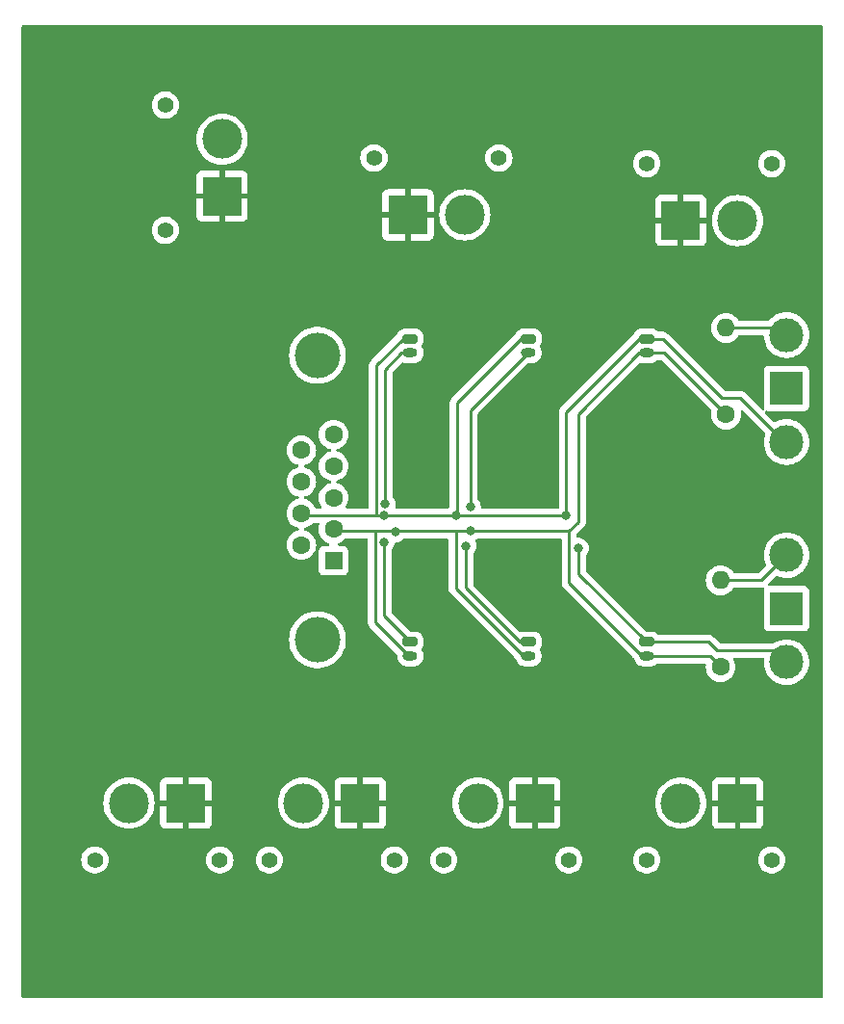
<source format=gbr>
%TF.GenerationSoftware,KiCad,Pcbnew,8.0.0*%
%TF.CreationDate,2024-03-05T11:34:16-05:00*%
%TF.ProjectId,TmotorsPCB,546d6f74-6f72-4735-9043-422e6b696361,rev?*%
%TF.SameCoordinates,Original*%
%TF.FileFunction,Copper,L1,Top*%
%TF.FilePolarity,Positive*%
%FSLAX46Y46*%
G04 Gerber Fmt 4.6, Leading zero omitted, Abs format (unit mm)*
G04 Created by KiCad (PCBNEW 8.0.0) date 2024-03-05 11:34:16*
%MOMM*%
%LPD*%
G01*
G04 APERTURE LIST*
G04 Aperture macros list*
%AMRoundRect*
0 Rectangle with rounded corners*
0 $1 Rounding radius*
0 $2 $3 $4 $5 $6 $7 $8 $9 X,Y pos of 4 corners*
0 Add a 4 corners polygon primitive as box body*
4,1,4,$2,$3,$4,$5,$6,$7,$8,$9,$2,$3,0*
0 Add four circle primitives for the rounded corners*
1,1,$1+$1,$2,$3*
1,1,$1+$1,$4,$5*
1,1,$1+$1,$6,$7*
1,1,$1+$1,$8,$9*
0 Add four rect primitives between the rounded corners*
20,1,$1+$1,$2,$3,$4,$5,0*
20,1,$1+$1,$4,$5,$6,$7,0*
20,1,$1+$1,$6,$7,$8,$9,0*
20,1,$1+$1,$8,$9,$2,$3,0*%
G04 Aperture macros list end*
%TA.AperFunction,ComponentPad*%
%ADD10C,1.400000*%
%TD*%
%TA.AperFunction,ComponentPad*%
%ADD11R,3.500000X3.500000*%
%TD*%
%TA.AperFunction,ComponentPad*%
%ADD12C,3.500000*%
%TD*%
%TA.AperFunction,ComponentPad*%
%ADD13RoundRect,0.200000X-0.450000X0.200000X-0.450000X-0.200000X0.450000X-0.200000X0.450000X0.200000X0*%
%TD*%
%TA.AperFunction,ComponentPad*%
%ADD14O,1.300000X0.800000*%
%TD*%
%TA.AperFunction,ComponentPad*%
%ADD15C,3.000000*%
%TD*%
%TA.AperFunction,ComponentPad*%
%ADD16R,3.000000X3.000000*%
%TD*%
%TA.AperFunction,ComponentPad*%
%ADD17O,1.600000X1.600000*%
%TD*%
%TA.AperFunction,ComponentPad*%
%ADD18C,1.600000*%
%TD*%
%TA.AperFunction,ComponentPad*%
%ADD19R,1.600000X1.600000*%
%TD*%
%TA.AperFunction,ComponentPad*%
%ADD20C,4.000000*%
%TD*%
%TA.AperFunction,ViaPad*%
%ADD21C,0.800000*%
%TD*%
%TA.AperFunction,Conductor*%
%ADD22C,0.250000*%
%TD*%
G04 APERTURE END LIST*
D10*
%TO.P,J13,*%
%TO.N,*%
X135000000Y-38150000D03*
X146000000Y-38150000D03*
D11*
%TO.P,J13,1,N*%
%TO.N,GND*%
X138000000Y-43150000D03*
D12*
%TO.P,J13,2,P*%
%TO.N,+24V*%
X143000000Y-43150000D03*
%TD*%
D10*
%TO.P,J12,*%
%TO.N,*%
X111000000Y-37650000D03*
X122000000Y-37650000D03*
D11*
%TO.P,J12,1,N*%
%TO.N,GND*%
X114000000Y-42650000D03*
D12*
%TO.P,J12,2,P*%
%TO.N,+24V*%
X119000000Y-42650000D03*
%TD*%
D10*
%TO.P,J11,*%
%TO.N,*%
X97450000Y-99350000D03*
X86450000Y-99350000D03*
D11*
%TO.P,J11,1,N*%
%TO.N,GND*%
X94450000Y-94350000D03*
D12*
%TO.P,J11,2,P*%
%TO.N,+24V*%
X89450000Y-94350000D03*
%TD*%
%TO.P,J10,2,P*%
%TO.N,+24V*%
X104800000Y-94350000D03*
D11*
%TO.P,J10,1,N*%
%TO.N,GND*%
X109800000Y-94350000D03*
D10*
%TO.P,J10,*%
%TO.N,*%
X101800000Y-99350000D03*
X112800000Y-99350000D03*
%TD*%
D12*
%TO.P,J9,2,P*%
%TO.N,+24V*%
X120150000Y-94350000D03*
D11*
%TO.P,J9,1,N*%
%TO.N,GND*%
X125150000Y-94350000D03*
D10*
%TO.P,J9,*%
%TO.N,*%
X117150000Y-99350000D03*
X128150000Y-99350000D03*
%TD*%
D12*
%TO.P,J8,2,P*%
%TO.N,+24V*%
X138000000Y-94350000D03*
D11*
%TO.P,J8,1,N*%
%TO.N,GND*%
X143000000Y-94350000D03*
D10*
%TO.P,J8,*%
%TO.N,*%
X135000000Y-99350000D03*
X146000000Y-99350000D03*
%TD*%
%TO.P,J7,*%
%TO.N,*%
X92650000Y-44000000D03*
X92650000Y-33000000D03*
D11*
%TO.P,J7,1,N*%
%TO.N,GND*%
X97650000Y-41000000D03*
D12*
%TO.P,J7,2,P*%
%TO.N,+24V*%
X97650000Y-36000000D03*
%TD*%
D13*
%TO.P,J4,1,Pin_1*%
%TO.N,CAN_H*%
X124599100Y-80190000D03*
D14*
%TO.P,J4,2,Pin_2*%
%TO.N,CAN_L*%
X124599100Y-81440000D03*
%TD*%
D13*
%TO.P,J6,1,Pin_1*%
%TO.N,CAN_H*%
X134996600Y-80190000D03*
D14*
%TO.P,J6,2,Pin_2*%
%TO.N,CAN_L*%
X134996600Y-81440000D03*
%TD*%
%TO.P,J5,2,Pin_2*%
%TO.N,CAN_L*%
X134996600Y-54790000D03*
D13*
%TO.P,J5,1,Pin_1*%
%TO.N,CAN_H*%
X134996600Y-53540000D03*
%TD*%
%TO.P,J3,1,Pin_1*%
%TO.N,CAN_H*%
X124599100Y-53540000D03*
D14*
%TO.P,J3,2,Pin_2*%
%TO.N,CAN_L*%
X124599100Y-54790000D03*
%TD*%
D13*
%TO.P,J2,1,Pin_1*%
%TO.N,CAN_H*%
X114201600Y-80190000D03*
D14*
%TO.P,J2,2,Pin_2*%
%TO.N,CAN_L*%
X114201600Y-81440000D03*
%TD*%
D15*
%TO.P,SW1,3,C*%
%TO.N,Net-(SW1A-C)*%
X147300000Y-72565000D03*
%TO.P,SW1,2,B*%
%TO.N,CAN_H*%
X147300000Y-81965000D03*
D16*
%TO.P,SW1,1,A*%
%TO.N,unconnected-(SW1A-A-Pad1)*%
X147300000Y-77265000D03*
%TD*%
D17*
%TO.P,R2,2*%
%TO.N,Net-(SW1A-C)*%
X141500000Y-74770000D03*
D18*
%TO.P,R2,1*%
%TO.N,CAN_L*%
X141500000Y-82390000D03*
%TD*%
%TO.P,X2,9*%
%TO.N,unconnected-(X2-Pad9)*%
X104615331Y-63345000D03*
%TO.P,X2,8*%
%TO.N,unconnected-(X2-Pad8)*%
X104615331Y-66115000D03*
%TO.P,X2,7*%
%TO.N,CAN_H*%
X104615331Y-68885000D03*
%TO.P,X2,6*%
%TO.N,unconnected-(X2-Pad6)*%
X104615331Y-71655000D03*
%TO.P,X2,5*%
%TO.N,unconnected-(X2-Pad5)*%
X107455331Y-61960000D03*
%TO.P,X2,4*%
%TO.N,unconnected-(X2-Pad4)*%
X107455331Y-64730000D03*
%TO.P,X2,3*%
%TO.N,unconnected-(X2-Pad3)*%
X107455331Y-67500000D03*
%TO.P,X2,2*%
%TO.N,CAN_L*%
X107455331Y-70270000D03*
D19*
%TO.P,X2,1*%
%TO.N,unconnected-(X2-Pad1)*%
X107455331Y-73040000D03*
D20*
%TO.P,X2,0*%
%TO.N,N/C*%
X106035331Y-80000000D03*
X106035331Y-55000000D03*
%TD*%
D16*
%TO.P,SW2,1,A*%
%TO.N,unconnected-(SW2A-A-Pad1)*%
X147300000Y-57925000D03*
D15*
%TO.P,SW2,2,B*%
%TO.N,CAN_H*%
X147300000Y-62625000D03*
%TO.P,SW2,3,C*%
%TO.N,Net-(SW2A-C)*%
X147300000Y-53225000D03*
%TD*%
D18*
%TO.P,R1,1*%
%TO.N,CAN_L*%
X141971600Y-60210000D03*
D17*
%TO.P,R1,2*%
%TO.N,Net-(SW2A-C)*%
X141971600Y-52590000D03*
%TD*%
D14*
%TO.P,J1,2,Pin_2*%
%TO.N,CAN_L*%
X114201600Y-54790000D03*
D13*
%TO.P,J1,1,Pin_1*%
%TO.N,CAN_H*%
X114201600Y-53540000D03*
%TD*%
D21*
%TO.N,CAN_H*%
X129000000Y-71940000D03*
X127900000Y-69040000D03*
X119100000Y-71740000D03*
X118200000Y-69040000D03*
%TO.N,CAN_L*%
X119500000Y-70440000D03*
X119500000Y-68340000D03*
X112900000Y-70540000D03*
X112000000Y-68040000D03*
%TO.N,CAN_H*%
X111900000Y-71440000D03*
X111900000Y-69040000D03*
%TD*%
D22*
%TO.N,Net-(SW1A-C)*%
X145095000Y-74770000D02*
X147300000Y-72565000D01*
X141500000Y-74770000D02*
X145095000Y-74770000D01*
%TO.N,CAN_H*%
X146275000Y-80940000D02*
X147300000Y-81965000D01*
X141200000Y-80940000D02*
X146275000Y-80940000D01*
X140450000Y-80190000D02*
X141200000Y-80940000D01*
X134996600Y-80190000D02*
X140450000Y-80190000D01*
%TO.N,CAN_L*%
X140550000Y-81440000D02*
X141500000Y-82390000D01*
X134996600Y-81440000D02*
X140550000Y-81440000D01*
%TO.N,Net-(SW2A-C)*%
X146465000Y-52590000D02*
X147100000Y-53225000D01*
X141971600Y-52590000D02*
X146465000Y-52590000D01*
%TO.N,CAN_H*%
X143715000Y-59240000D02*
X147100000Y-62625000D01*
X143200000Y-58740000D02*
X143700000Y-59240000D01*
X141600000Y-58740000D02*
X143200000Y-58740000D01*
X134996600Y-53540000D02*
X136400000Y-53540000D01*
X136400000Y-53540000D02*
X141600000Y-58740000D01*
X143700000Y-59240000D02*
X143715000Y-59240000D01*
%TO.N,CAN_L*%
X136551600Y-54790000D02*
X141971600Y-60210000D01*
X134996600Y-54790000D02*
X136551600Y-54790000D01*
X134996600Y-54790000D02*
X135256600Y-55050000D01*
%TO.N,CAN_H*%
X129000000Y-74193400D02*
X134996600Y-80190000D01*
X129000000Y-71940000D02*
X129000000Y-74193400D01*
X127870000Y-69040000D02*
X127835000Y-69075000D01*
X127900000Y-69040000D02*
X127870000Y-69040000D01*
X127900000Y-69010000D02*
X127900000Y-69040000D01*
X127900000Y-69010000D02*
X127900000Y-69010000D01*
X127900000Y-59986600D02*
X127900000Y-69010000D01*
X123850000Y-80190000D02*
X124571600Y-80190000D01*
X119100000Y-75440000D02*
X123850000Y-80190000D01*
X119100000Y-71740000D02*
X119100000Y-75440000D01*
X118235000Y-69075000D02*
X118300000Y-69075000D01*
X118200000Y-69040000D02*
X118235000Y-69075000D01*
X118165000Y-69075000D02*
X118200000Y-69040000D01*
%TO.N,CAN_L*%
X134596600Y-81440000D02*
X134996600Y-81440000D01*
X128180000Y-75023400D02*
X134596600Y-81440000D01*
X128180000Y-70460000D02*
X128180000Y-75023400D01*
X129000000Y-69640000D02*
X128180000Y-70460000D01*
X129000000Y-60140000D02*
X129000000Y-69640000D01*
X134350000Y-54790000D02*
X129000000Y-60140000D01*
X134996600Y-54790000D02*
X134350000Y-54790000D01*
X128180000Y-70460000D02*
X118200000Y-70460000D01*
X119500000Y-59840000D02*
X119500000Y-68340000D01*
X119521600Y-59840000D02*
X119500000Y-59840000D01*
X124571600Y-54790000D02*
X119521600Y-59840000D01*
X112980000Y-70460000D02*
X118200000Y-70460000D01*
X112900000Y-70540000D02*
X112980000Y-70460000D01*
X112820000Y-70460000D02*
X112900000Y-70540000D01*
X112000000Y-68040000D02*
X112000000Y-67940000D01*
X112000000Y-56240000D02*
X112000000Y-56540000D01*
X112000000Y-56540000D02*
X112000000Y-68040000D01*
X113450000Y-54790000D02*
X112000000Y-56240000D01*
X114201600Y-54790000D02*
X113450000Y-54790000D01*
%TO.N,CAN_H*%
X111900000Y-77888400D02*
X114201600Y-80190000D01*
X111900000Y-71440000D02*
X111900000Y-77888400D01*
X111935000Y-69075000D02*
X118165000Y-69075000D01*
X111900000Y-69040000D02*
X111935000Y-69075000D01*
X111865000Y-69075000D02*
X111900000Y-69040000D01*
%TO.N,CAN_L*%
X111100000Y-70460000D02*
X112820000Y-70460000D01*
X114201600Y-81440000D02*
X114053596Y-81440000D01*
X111100000Y-78486404D02*
X111100000Y-70460000D01*
X107455331Y-70460000D02*
X111100000Y-70460000D01*
X114053596Y-81440000D02*
X111100000Y-78486404D01*
X118200000Y-75468400D02*
X118200000Y-70460000D01*
X124171600Y-81440000D02*
X118200000Y-75468400D01*
X124571600Y-81440000D02*
X124171600Y-81440000D01*
%TO.N,CAN_H*%
X118300000Y-59161600D02*
X118300000Y-69075000D01*
X124571600Y-53540000D02*
X123921600Y-53540000D01*
X118300000Y-69075000D02*
X127835000Y-69075000D01*
X111200000Y-69075000D02*
X111865000Y-69075000D01*
X123921600Y-53540000D02*
X118300000Y-59161600D01*
X111200000Y-55891600D02*
X113551600Y-53540000D01*
X111200000Y-69075000D02*
X111200000Y-55891600D01*
X113551600Y-53540000D02*
X114201600Y-53540000D01*
X104615331Y-69075000D02*
X111200000Y-69075000D01*
X127900000Y-59986600D02*
X134346600Y-53540000D01*
X134346600Y-53540000D02*
X134996600Y-53540000D01*
%TD*%
%TA.AperFunction,Conductor*%
%TO.N,GND*%
G36*
X150443039Y-26019685D02*
G01*
X150488794Y-26072489D01*
X150500000Y-26124000D01*
X150500000Y-111376000D01*
X150480315Y-111443039D01*
X150427511Y-111488794D01*
X150376000Y-111500000D01*
X80124000Y-111500000D01*
X80056961Y-111480315D01*
X80011206Y-111427511D01*
X80000000Y-111376000D01*
X80000000Y-99350000D01*
X85244357Y-99350000D01*
X85264884Y-99571535D01*
X85264885Y-99571537D01*
X85325769Y-99785523D01*
X85325775Y-99785538D01*
X85424938Y-99984683D01*
X85424943Y-99984691D01*
X85559020Y-100162238D01*
X85723437Y-100312123D01*
X85723439Y-100312125D01*
X85912595Y-100429245D01*
X85912596Y-100429245D01*
X85912599Y-100429247D01*
X86120060Y-100509618D01*
X86338757Y-100550500D01*
X86338759Y-100550500D01*
X86561241Y-100550500D01*
X86561243Y-100550500D01*
X86779940Y-100509618D01*
X86987401Y-100429247D01*
X87176562Y-100312124D01*
X87340981Y-100162236D01*
X87475058Y-99984689D01*
X87574229Y-99785528D01*
X87635115Y-99571536D01*
X87655643Y-99350000D01*
X96244357Y-99350000D01*
X96264884Y-99571535D01*
X96264885Y-99571537D01*
X96325769Y-99785523D01*
X96325775Y-99785538D01*
X96424938Y-99984683D01*
X96424943Y-99984691D01*
X96559020Y-100162238D01*
X96723437Y-100312123D01*
X96723439Y-100312125D01*
X96912595Y-100429245D01*
X96912596Y-100429245D01*
X96912599Y-100429247D01*
X97120060Y-100509618D01*
X97338757Y-100550500D01*
X97338759Y-100550500D01*
X97561241Y-100550500D01*
X97561243Y-100550500D01*
X97779940Y-100509618D01*
X97987401Y-100429247D01*
X98176562Y-100312124D01*
X98340981Y-100162236D01*
X98475058Y-99984689D01*
X98574229Y-99785528D01*
X98635115Y-99571536D01*
X98655643Y-99350000D01*
X100594357Y-99350000D01*
X100614884Y-99571535D01*
X100614885Y-99571537D01*
X100675769Y-99785523D01*
X100675775Y-99785538D01*
X100774938Y-99984683D01*
X100774943Y-99984691D01*
X100909020Y-100162238D01*
X101073437Y-100312123D01*
X101073439Y-100312125D01*
X101262595Y-100429245D01*
X101262596Y-100429245D01*
X101262599Y-100429247D01*
X101470060Y-100509618D01*
X101688757Y-100550500D01*
X101688759Y-100550500D01*
X101911241Y-100550500D01*
X101911243Y-100550500D01*
X102129940Y-100509618D01*
X102337401Y-100429247D01*
X102526562Y-100312124D01*
X102690981Y-100162236D01*
X102825058Y-99984689D01*
X102924229Y-99785528D01*
X102985115Y-99571536D01*
X103005643Y-99350000D01*
X111594357Y-99350000D01*
X111614884Y-99571535D01*
X111614885Y-99571537D01*
X111675769Y-99785523D01*
X111675775Y-99785538D01*
X111774938Y-99984683D01*
X111774943Y-99984691D01*
X111909020Y-100162238D01*
X112073437Y-100312123D01*
X112073439Y-100312125D01*
X112262595Y-100429245D01*
X112262596Y-100429245D01*
X112262599Y-100429247D01*
X112470060Y-100509618D01*
X112688757Y-100550500D01*
X112688759Y-100550500D01*
X112911241Y-100550500D01*
X112911243Y-100550500D01*
X113129940Y-100509618D01*
X113337401Y-100429247D01*
X113526562Y-100312124D01*
X113690981Y-100162236D01*
X113825058Y-99984689D01*
X113924229Y-99785528D01*
X113985115Y-99571536D01*
X114005643Y-99350000D01*
X115944357Y-99350000D01*
X115964884Y-99571535D01*
X115964885Y-99571537D01*
X116025769Y-99785523D01*
X116025775Y-99785538D01*
X116124938Y-99984683D01*
X116124943Y-99984691D01*
X116259020Y-100162238D01*
X116423437Y-100312123D01*
X116423439Y-100312125D01*
X116612595Y-100429245D01*
X116612596Y-100429245D01*
X116612599Y-100429247D01*
X116820060Y-100509618D01*
X117038757Y-100550500D01*
X117038759Y-100550500D01*
X117261241Y-100550500D01*
X117261243Y-100550500D01*
X117479940Y-100509618D01*
X117687401Y-100429247D01*
X117876562Y-100312124D01*
X118040981Y-100162236D01*
X118175058Y-99984689D01*
X118274229Y-99785528D01*
X118335115Y-99571536D01*
X118355643Y-99350000D01*
X126944357Y-99350000D01*
X126964884Y-99571535D01*
X126964885Y-99571537D01*
X127025769Y-99785523D01*
X127025775Y-99785538D01*
X127124938Y-99984683D01*
X127124943Y-99984691D01*
X127259020Y-100162238D01*
X127423437Y-100312123D01*
X127423439Y-100312125D01*
X127612595Y-100429245D01*
X127612596Y-100429245D01*
X127612599Y-100429247D01*
X127820060Y-100509618D01*
X128038757Y-100550500D01*
X128038759Y-100550500D01*
X128261241Y-100550500D01*
X128261243Y-100550500D01*
X128479940Y-100509618D01*
X128687401Y-100429247D01*
X128876562Y-100312124D01*
X129040981Y-100162236D01*
X129175058Y-99984689D01*
X129274229Y-99785528D01*
X129335115Y-99571536D01*
X129355643Y-99350000D01*
X133794357Y-99350000D01*
X133814884Y-99571535D01*
X133814885Y-99571537D01*
X133875769Y-99785523D01*
X133875775Y-99785538D01*
X133974938Y-99984683D01*
X133974943Y-99984691D01*
X134109020Y-100162238D01*
X134273437Y-100312123D01*
X134273439Y-100312125D01*
X134462595Y-100429245D01*
X134462596Y-100429245D01*
X134462599Y-100429247D01*
X134670060Y-100509618D01*
X134888757Y-100550500D01*
X134888759Y-100550500D01*
X135111241Y-100550500D01*
X135111243Y-100550500D01*
X135329940Y-100509618D01*
X135537401Y-100429247D01*
X135726562Y-100312124D01*
X135890981Y-100162236D01*
X136025058Y-99984689D01*
X136124229Y-99785528D01*
X136185115Y-99571536D01*
X136205643Y-99350000D01*
X144794357Y-99350000D01*
X144814884Y-99571535D01*
X144814885Y-99571537D01*
X144875769Y-99785523D01*
X144875775Y-99785538D01*
X144974938Y-99984683D01*
X144974943Y-99984691D01*
X145109020Y-100162238D01*
X145273437Y-100312123D01*
X145273439Y-100312125D01*
X145462595Y-100429245D01*
X145462596Y-100429245D01*
X145462599Y-100429247D01*
X145670060Y-100509618D01*
X145888757Y-100550500D01*
X145888759Y-100550500D01*
X146111241Y-100550500D01*
X146111243Y-100550500D01*
X146329940Y-100509618D01*
X146537401Y-100429247D01*
X146726562Y-100312124D01*
X146890981Y-100162236D01*
X147025058Y-99984689D01*
X147124229Y-99785528D01*
X147185115Y-99571536D01*
X147205643Y-99350000D01*
X147185115Y-99128464D01*
X147124229Y-98914472D01*
X147124224Y-98914461D01*
X147025061Y-98715316D01*
X147025056Y-98715308D01*
X146890979Y-98537761D01*
X146726562Y-98387876D01*
X146726560Y-98387874D01*
X146537404Y-98270754D01*
X146537398Y-98270752D01*
X146329940Y-98190382D01*
X146111243Y-98149500D01*
X145888757Y-98149500D01*
X145670060Y-98190382D01*
X145538864Y-98241207D01*
X145462601Y-98270752D01*
X145462595Y-98270754D01*
X145273439Y-98387874D01*
X145273437Y-98387876D01*
X145109020Y-98537761D01*
X144974943Y-98715308D01*
X144974938Y-98715316D01*
X144875775Y-98914461D01*
X144875769Y-98914476D01*
X144814885Y-99128462D01*
X144814884Y-99128464D01*
X144794357Y-99349999D01*
X144794357Y-99350000D01*
X136205643Y-99350000D01*
X136185115Y-99128464D01*
X136124229Y-98914472D01*
X136124224Y-98914461D01*
X136025061Y-98715316D01*
X136025056Y-98715308D01*
X135890979Y-98537761D01*
X135726562Y-98387876D01*
X135726560Y-98387874D01*
X135537404Y-98270754D01*
X135537398Y-98270752D01*
X135329940Y-98190382D01*
X135111243Y-98149500D01*
X134888757Y-98149500D01*
X134670060Y-98190382D01*
X134538864Y-98241207D01*
X134462601Y-98270752D01*
X134462595Y-98270754D01*
X134273439Y-98387874D01*
X134273437Y-98387876D01*
X134109020Y-98537761D01*
X133974943Y-98715308D01*
X133974938Y-98715316D01*
X133875775Y-98914461D01*
X133875769Y-98914476D01*
X133814885Y-99128462D01*
X133814884Y-99128464D01*
X133794357Y-99349999D01*
X133794357Y-99350000D01*
X129355643Y-99350000D01*
X129335115Y-99128464D01*
X129274229Y-98914472D01*
X129274224Y-98914461D01*
X129175061Y-98715316D01*
X129175056Y-98715308D01*
X129040979Y-98537761D01*
X128876562Y-98387876D01*
X128876560Y-98387874D01*
X128687404Y-98270754D01*
X128687398Y-98270752D01*
X128479940Y-98190382D01*
X128261243Y-98149500D01*
X128038757Y-98149500D01*
X127820060Y-98190382D01*
X127688864Y-98241207D01*
X127612601Y-98270752D01*
X127612595Y-98270754D01*
X127423439Y-98387874D01*
X127423437Y-98387876D01*
X127259020Y-98537761D01*
X127124943Y-98715308D01*
X127124938Y-98715316D01*
X127025775Y-98914461D01*
X127025769Y-98914476D01*
X126964885Y-99128462D01*
X126964884Y-99128464D01*
X126944357Y-99349999D01*
X126944357Y-99350000D01*
X118355643Y-99350000D01*
X118335115Y-99128464D01*
X118274229Y-98914472D01*
X118274224Y-98914461D01*
X118175061Y-98715316D01*
X118175056Y-98715308D01*
X118040979Y-98537761D01*
X117876562Y-98387876D01*
X117876560Y-98387874D01*
X117687404Y-98270754D01*
X117687398Y-98270752D01*
X117479940Y-98190382D01*
X117261243Y-98149500D01*
X117038757Y-98149500D01*
X116820060Y-98190382D01*
X116688864Y-98241207D01*
X116612601Y-98270752D01*
X116612595Y-98270754D01*
X116423439Y-98387874D01*
X116423437Y-98387876D01*
X116259020Y-98537761D01*
X116124943Y-98715308D01*
X116124938Y-98715316D01*
X116025775Y-98914461D01*
X116025769Y-98914476D01*
X115964885Y-99128462D01*
X115964884Y-99128464D01*
X115944357Y-99349999D01*
X115944357Y-99350000D01*
X114005643Y-99350000D01*
X113985115Y-99128464D01*
X113924229Y-98914472D01*
X113924224Y-98914461D01*
X113825061Y-98715316D01*
X113825056Y-98715308D01*
X113690979Y-98537761D01*
X113526562Y-98387876D01*
X113526560Y-98387874D01*
X113337404Y-98270754D01*
X113337398Y-98270752D01*
X113129940Y-98190382D01*
X112911243Y-98149500D01*
X112688757Y-98149500D01*
X112470060Y-98190382D01*
X112338864Y-98241207D01*
X112262601Y-98270752D01*
X112262595Y-98270754D01*
X112073439Y-98387874D01*
X112073437Y-98387876D01*
X111909020Y-98537761D01*
X111774943Y-98715308D01*
X111774938Y-98715316D01*
X111675775Y-98914461D01*
X111675769Y-98914476D01*
X111614885Y-99128462D01*
X111614884Y-99128464D01*
X111594357Y-99349999D01*
X111594357Y-99350000D01*
X103005643Y-99350000D01*
X102985115Y-99128464D01*
X102924229Y-98914472D01*
X102924224Y-98914461D01*
X102825061Y-98715316D01*
X102825056Y-98715308D01*
X102690979Y-98537761D01*
X102526562Y-98387876D01*
X102526560Y-98387874D01*
X102337404Y-98270754D01*
X102337398Y-98270752D01*
X102129940Y-98190382D01*
X101911243Y-98149500D01*
X101688757Y-98149500D01*
X101470060Y-98190382D01*
X101338864Y-98241207D01*
X101262601Y-98270752D01*
X101262595Y-98270754D01*
X101073439Y-98387874D01*
X101073437Y-98387876D01*
X100909020Y-98537761D01*
X100774943Y-98715308D01*
X100774938Y-98715316D01*
X100675775Y-98914461D01*
X100675769Y-98914476D01*
X100614885Y-99128462D01*
X100614884Y-99128464D01*
X100594357Y-99349999D01*
X100594357Y-99350000D01*
X98655643Y-99350000D01*
X98635115Y-99128464D01*
X98574229Y-98914472D01*
X98574224Y-98914461D01*
X98475061Y-98715316D01*
X98475056Y-98715308D01*
X98340979Y-98537761D01*
X98176562Y-98387876D01*
X98176560Y-98387874D01*
X97987404Y-98270754D01*
X97987398Y-98270752D01*
X97779940Y-98190382D01*
X97561243Y-98149500D01*
X97338757Y-98149500D01*
X97120060Y-98190382D01*
X96988864Y-98241207D01*
X96912601Y-98270752D01*
X96912595Y-98270754D01*
X96723439Y-98387874D01*
X96723437Y-98387876D01*
X96559020Y-98537761D01*
X96424943Y-98715308D01*
X96424938Y-98715316D01*
X96325775Y-98914461D01*
X96325769Y-98914476D01*
X96264885Y-99128462D01*
X96264884Y-99128464D01*
X96244357Y-99349999D01*
X96244357Y-99350000D01*
X87655643Y-99350000D01*
X87635115Y-99128464D01*
X87574229Y-98914472D01*
X87574224Y-98914461D01*
X87475061Y-98715316D01*
X87475056Y-98715308D01*
X87340979Y-98537761D01*
X87176562Y-98387876D01*
X87176560Y-98387874D01*
X86987404Y-98270754D01*
X86987398Y-98270752D01*
X86779940Y-98190382D01*
X86561243Y-98149500D01*
X86338757Y-98149500D01*
X86120060Y-98190382D01*
X85988864Y-98241207D01*
X85912601Y-98270752D01*
X85912595Y-98270754D01*
X85723439Y-98387874D01*
X85723437Y-98387876D01*
X85559020Y-98537761D01*
X85424943Y-98715308D01*
X85424938Y-98715316D01*
X85325775Y-98914461D01*
X85325769Y-98914476D01*
X85264885Y-99128462D01*
X85264884Y-99128464D01*
X85244357Y-99349999D01*
X85244357Y-99350000D01*
X80000000Y-99350000D01*
X80000000Y-94350007D01*
X87194671Y-94350007D01*
X87213964Y-94644363D01*
X87213965Y-94644373D01*
X87213966Y-94644380D01*
X87213968Y-94644390D01*
X87271518Y-94933716D01*
X87271521Y-94933730D01*
X87366349Y-95213080D01*
X87496825Y-95477660D01*
X87496829Y-95477667D01*
X87660725Y-95722955D01*
X87855241Y-95944758D01*
X88077044Y-96139274D01*
X88322332Y-96303170D01*
X88322335Y-96303172D01*
X88586923Y-96433652D01*
X88866278Y-96528481D01*
X89155620Y-96586034D01*
X89183888Y-96587886D01*
X89449993Y-96605329D01*
X89450000Y-96605329D01*
X89450007Y-96605329D01*
X89685675Y-96589881D01*
X89744380Y-96586034D01*
X90033722Y-96528481D01*
X90313077Y-96433652D01*
X90577665Y-96303172D01*
X90810130Y-96147844D01*
X92200000Y-96147844D01*
X92206401Y-96207372D01*
X92206403Y-96207379D01*
X92256645Y-96342086D01*
X92256649Y-96342093D01*
X92342809Y-96457187D01*
X92342812Y-96457190D01*
X92457906Y-96543350D01*
X92457913Y-96543354D01*
X92592620Y-96593596D01*
X92592627Y-96593598D01*
X92652155Y-96599999D01*
X92652172Y-96600000D01*
X94200000Y-96600000D01*
X94200000Y-95268883D01*
X94356433Y-95300000D01*
X94543567Y-95300000D01*
X94700000Y-95268883D01*
X94700000Y-96600000D01*
X96247828Y-96600000D01*
X96247844Y-96599999D01*
X96307372Y-96593598D01*
X96307379Y-96593596D01*
X96442086Y-96543354D01*
X96442093Y-96543350D01*
X96557187Y-96457190D01*
X96557190Y-96457187D01*
X96643350Y-96342093D01*
X96643354Y-96342086D01*
X96693596Y-96207379D01*
X96693598Y-96207372D01*
X96699999Y-96147844D01*
X96700000Y-96147827D01*
X96700000Y-94600000D01*
X95368884Y-94600000D01*
X95400000Y-94443567D01*
X95400000Y-94350007D01*
X102544671Y-94350007D01*
X102563964Y-94644363D01*
X102563965Y-94644373D01*
X102563966Y-94644380D01*
X102563968Y-94644390D01*
X102621518Y-94933716D01*
X102621521Y-94933730D01*
X102716349Y-95213080D01*
X102846825Y-95477660D01*
X102846829Y-95477667D01*
X103010725Y-95722955D01*
X103205241Y-95944758D01*
X103427044Y-96139274D01*
X103672332Y-96303170D01*
X103672335Y-96303172D01*
X103936923Y-96433652D01*
X104216278Y-96528481D01*
X104505620Y-96586034D01*
X104533888Y-96587886D01*
X104799993Y-96605329D01*
X104800000Y-96605329D01*
X104800007Y-96605329D01*
X105035675Y-96589881D01*
X105094380Y-96586034D01*
X105383722Y-96528481D01*
X105663077Y-96433652D01*
X105927665Y-96303172D01*
X106160130Y-96147844D01*
X107550000Y-96147844D01*
X107556401Y-96207372D01*
X107556403Y-96207379D01*
X107606645Y-96342086D01*
X107606649Y-96342093D01*
X107692809Y-96457187D01*
X107692812Y-96457190D01*
X107807906Y-96543350D01*
X107807913Y-96543354D01*
X107942620Y-96593596D01*
X107942627Y-96593598D01*
X108002155Y-96599999D01*
X108002172Y-96600000D01*
X109550000Y-96600000D01*
X109550000Y-95268883D01*
X109706433Y-95300000D01*
X109893567Y-95300000D01*
X110050000Y-95268883D01*
X110050000Y-96600000D01*
X111597828Y-96600000D01*
X111597844Y-96599999D01*
X111657372Y-96593598D01*
X111657379Y-96593596D01*
X111792086Y-96543354D01*
X111792093Y-96543350D01*
X111907187Y-96457190D01*
X111907190Y-96457187D01*
X111993350Y-96342093D01*
X111993354Y-96342086D01*
X112043596Y-96207379D01*
X112043598Y-96207372D01*
X112049999Y-96147844D01*
X112050000Y-96147827D01*
X112050000Y-94600000D01*
X110718884Y-94600000D01*
X110750000Y-94443567D01*
X110750000Y-94350007D01*
X117894671Y-94350007D01*
X117913964Y-94644363D01*
X117913965Y-94644373D01*
X117913966Y-94644380D01*
X117913968Y-94644390D01*
X117971518Y-94933716D01*
X117971521Y-94933730D01*
X118066349Y-95213080D01*
X118196825Y-95477660D01*
X118196829Y-95477667D01*
X118360725Y-95722955D01*
X118555241Y-95944758D01*
X118777044Y-96139274D01*
X119022332Y-96303170D01*
X119022335Y-96303172D01*
X119286923Y-96433652D01*
X119566278Y-96528481D01*
X119855620Y-96586034D01*
X119883888Y-96587886D01*
X120149993Y-96605329D01*
X120150000Y-96605329D01*
X120150007Y-96605329D01*
X120385675Y-96589881D01*
X120444380Y-96586034D01*
X120733722Y-96528481D01*
X121013077Y-96433652D01*
X121277665Y-96303172D01*
X121510130Y-96147844D01*
X122900000Y-96147844D01*
X122906401Y-96207372D01*
X122906403Y-96207379D01*
X122956645Y-96342086D01*
X122956649Y-96342093D01*
X123042809Y-96457187D01*
X123042812Y-96457190D01*
X123157906Y-96543350D01*
X123157913Y-96543354D01*
X123292620Y-96593596D01*
X123292627Y-96593598D01*
X123352155Y-96599999D01*
X123352172Y-96600000D01*
X124900000Y-96600000D01*
X124900000Y-95268883D01*
X125056433Y-95300000D01*
X125243567Y-95300000D01*
X125400000Y-95268883D01*
X125400000Y-96600000D01*
X126947828Y-96600000D01*
X126947844Y-96599999D01*
X127007372Y-96593598D01*
X127007379Y-96593596D01*
X127142086Y-96543354D01*
X127142093Y-96543350D01*
X127257187Y-96457190D01*
X127257190Y-96457187D01*
X127343350Y-96342093D01*
X127343354Y-96342086D01*
X127393596Y-96207379D01*
X127393598Y-96207372D01*
X127399999Y-96147844D01*
X127400000Y-96147827D01*
X127400000Y-94600000D01*
X126068884Y-94600000D01*
X126100000Y-94443567D01*
X126100000Y-94350007D01*
X135744671Y-94350007D01*
X135763964Y-94644363D01*
X135763965Y-94644373D01*
X135763966Y-94644380D01*
X135763968Y-94644390D01*
X135821518Y-94933716D01*
X135821521Y-94933730D01*
X135916349Y-95213080D01*
X136046825Y-95477660D01*
X136046829Y-95477667D01*
X136210725Y-95722955D01*
X136405241Y-95944758D01*
X136627044Y-96139274D01*
X136872332Y-96303170D01*
X136872335Y-96303172D01*
X137136923Y-96433652D01*
X137416278Y-96528481D01*
X137705620Y-96586034D01*
X137733888Y-96587886D01*
X137999993Y-96605329D01*
X138000000Y-96605329D01*
X138000007Y-96605329D01*
X138235675Y-96589881D01*
X138294380Y-96586034D01*
X138583722Y-96528481D01*
X138863077Y-96433652D01*
X139127665Y-96303172D01*
X139360130Y-96147844D01*
X140750000Y-96147844D01*
X140756401Y-96207372D01*
X140756403Y-96207379D01*
X140806645Y-96342086D01*
X140806649Y-96342093D01*
X140892809Y-96457187D01*
X140892812Y-96457190D01*
X141007906Y-96543350D01*
X141007913Y-96543354D01*
X141142620Y-96593596D01*
X141142627Y-96593598D01*
X141202155Y-96599999D01*
X141202172Y-96600000D01*
X142750000Y-96600000D01*
X142750000Y-95268883D01*
X142906433Y-95300000D01*
X143093567Y-95300000D01*
X143250000Y-95268883D01*
X143250000Y-96600000D01*
X144797828Y-96600000D01*
X144797844Y-96599999D01*
X144857372Y-96593598D01*
X144857379Y-96593596D01*
X144992086Y-96543354D01*
X144992093Y-96543350D01*
X145107187Y-96457190D01*
X145107190Y-96457187D01*
X145193350Y-96342093D01*
X145193354Y-96342086D01*
X145243596Y-96207379D01*
X145243598Y-96207372D01*
X145249999Y-96147844D01*
X145250000Y-96147827D01*
X145250000Y-94600000D01*
X143918884Y-94600000D01*
X143950000Y-94443567D01*
X143950000Y-94256433D01*
X143918884Y-94100000D01*
X145250000Y-94100000D01*
X145250000Y-92552172D01*
X145249999Y-92552155D01*
X145243598Y-92492627D01*
X145243596Y-92492620D01*
X145193354Y-92357913D01*
X145193350Y-92357906D01*
X145107190Y-92242812D01*
X145107187Y-92242809D01*
X144992093Y-92156649D01*
X144992086Y-92156645D01*
X144857379Y-92106403D01*
X144857372Y-92106401D01*
X144797844Y-92100000D01*
X143250000Y-92100000D01*
X143250000Y-93431116D01*
X143093567Y-93400000D01*
X142906433Y-93400000D01*
X142750000Y-93431116D01*
X142750000Y-92100000D01*
X141202155Y-92100000D01*
X141142627Y-92106401D01*
X141142620Y-92106403D01*
X141007913Y-92156645D01*
X141007906Y-92156649D01*
X140892812Y-92242809D01*
X140892809Y-92242812D01*
X140806649Y-92357906D01*
X140806645Y-92357913D01*
X140756403Y-92492620D01*
X140756401Y-92492627D01*
X140750000Y-92552155D01*
X140750000Y-94100000D01*
X142081116Y-94100000D01*
X142050000Y-94256433D01*
X142050000Y-94443567D01*
X142081116Y-94600000D01*
X140750000Y-94600000D01*
X140750000Y-96147844D01*
X139360130Y-96147844D01*
X139372957Y-96139273D01*
X139594758Y-95944758D01*
X139789273Y-95722957D01*
X139953172Y-95477665D01*
X140083652Y-95213077D01*
X140178481Y-94933722D01*
X140236034Y-94644380D01*
X140255329Y-94350000D01*
X140255329Y-94349992D01*
X140236035Y-94055636D01*
X140236034Y-94055620D01*
X140178481Y-93766278D01*
X140083652Y-93486923D01*
X139953172Y-93222336D01*
X139789273Y-92977043D01*
X139746655Y-92928447D01*
X139594758Y-92755241D01*
X139372955Y-92560725D01*
X139127667Y-92396829D01*
X139127660Y-92396825D01*
X138863080Y-92266349D01*
X138583730Y-92171521D01*
X138583724Y-92171519D01*
X138583722Y-92171519D01*
X138294380Y-92113966D01*
X138294373Y-92113965D01*
X138294363Y-92113964D01*
X138000007Y-92094671D01*
X137999993Y-92094671D01*
X137705636Y-92113964D01*
X137705624Y-92113965D01*
X137705620Y-92113966D01*
X137705612Y-92113967D01*
X137705609Y-92113968D01*
X137416283Y-92171518D01*
X137416269Y-92171521D01*
X137136919Y-92266349D01*
X136872334Y-92396828D01*
X136627041Y-92560728D01*
X136405241Y-92755241D01*
X136210728Y-92977041D01*
X136046828Y-93222334D01*
X135916349Y-93486919D01*
X135821521Y-93766269D01*
X135821518Y-93766283D01*
X135763968Y-94055609D01*
X135763964Y-94055636D01*
X135744671Y-94349992D01*
X135744671Y-94350007D01*
X126100000Y-94350007D01*
X126100000Y-94256433D01*
X126068884Y-94100000D01*
X127400000Y-94100000D01*
X127400000Y-92552172D01*
X127399999Y-92552155D01*
X127393598Y-92492627D01*
X127393596Y-92492620D01*
X127343354Y-92357913D01*
X127343350Y-92357906D01*
X127257190Y-92242812D01*
X127257187Y-92242809D01*
X127142093Y-92156649D01*
X127142086Y-92156645D01*
X127007379Y-92106403D01*
X127007372Y-92106401D01*
X126947844Y-92100000D01*
X125400000Y-92100000D01*
X125400000Y-93431116D01*
X125243567Y-93400000D01*
X125056433Y-93400000D01*
X124900000Y-93431116D01*
X124900000Y-92100000D01*
X123352155Y-92100000D01*
X123292627Y-92106401D01*
X123292620Y-92106403D01*
X123157913Y-92156645D01*
X123157906Y-92156649D01*
X123042812Y-92242809D01*
X123042809Y-92242812D01*
X122956649Y-92357906D01*
X122956645Y-92357913D01*
X122906403Y-92492620D01*
X122906401Y-92492627D01*
X122900000Y-92552155D01*
X122900000Y-94100000D01*
X124231116Y-94100000D01*
X124200000Y-94256433D01*
X124200000Y-94443567D01*
X124231116Y-94600000D01*
X122900000Y-94600000D01*
X122900000Y-96147844D01*
X121510130Y-96147844D01*
X121522957Y-96139273D01*
X121744758Y-95944758D01*
X121939273Y-95722957D01*
X122103172Y-95477665D01*
X122233652Y-95213077D01*
X122328481Y-94933722D01*
X122386034Y-94644380D01*
X122405329Y-94350000D01*
X122405329Y-94349992D01*
X122386035Y-94055636D01*
X122386034Y-94055620D01*
X122328481Y-93766278D01*
X122233652Y-93486923D01*
X122103172Y-93222336D01*
X121939273Y-92977043D01*
X121896655Y-92928447D01*
X121744758Y-92755241D01*
X121522955Y-92560725D01*
X121277667Y-92396829D01*
X121277660Y-92396825D01*
X121013080Y-92266349D01*
X120733730Y-92171521D01*
X120733724Y-92171519D01*
X120733722Y-92171519D01*
X120444380Y-92113966D01*
X120444373Y-92113965D01*
X120444363Y-92113964D01*
X120150007Y-92094671D01*
X120149993Y-92094671D01*
X119855636Y-92113964D01*
X119855624Y-92113965D01*
X119855620Y-92113966D01*
X119855612Y-92113967D01*
X119855609Y-92113968D01*
X119566283Y-92171518D01*
X119566269Y-92171521D01*
X119286919Y-92266349D01*
X119022334Y-92396828D01*
X118777041Y-92560728D01*
X118555241Y-92755241D01*
X118360728Y-92977041D01*
X118196828Y-93222334D01*
X118066349Y-93486919D01*
X117971521Y-93766269D01*
X117971518Y-93766283D01*
X117913968Y-94055609D01*
X117913964Y-94055636D01*
X117894671Y-94349992D01*
X117894671Y-94350007D01*
X110750000Y-94350007D01*
X110750000Y-94256433D01*
X110718884Y-94100000D01*
X112050000Y-94100000D01*
X112050000Y-92552172D01*
X112049999Y-92552155D01*
X112043598Y-92492627D01*
X112043596Y-92492620D01*
X111993354Y-92357913D01*
X111993350Y-92357906D01*
X111907190Y-92242812D01*
X111907187Y-92242809D01*
X111792093Y-92156649D01*
X111792086Y-92156645D01*
X111657379Y-92106403D01*
X111657372Y-92106401D01*
X111597844Y-92100000D01*
X110050000Y-92100000D01*
X110050000Y-93431116D01*
X109893567Y-93400000D01*
X109706433Y-93400000D01*
X109550000Y-93431116D01*
X109550000Y-92100000D01*
X108002155Y-92100000D01*
X107942627Y-92106401D01*
X107942620Y-92106403D01*
X107807913Y-92156645D01*
X107807906Y-92156649D01*
X107692812Y-92242809D01*
X107692809Y-92242812D01*
X107606649Y-92357906D01*
X107606645Y-92357913D01*
X107556403Y-92492620D01*
X107556401Y-92492627D01*
X107550000Y-92552155D01*
X107550000Y-94100000D01*
X108881116Y-94100000D01*
X108850000Y-94256433D01*
X108850000Y-94443567D01*
X108881116Y-94600000D01*
X107550000Y-94600000D01*
X107550000Y-96147844D01*
X106160130Y-96147844D01*
X106172957Y-96139273D01*
X106394758Y-95944758D01*
X106589273Y-95722957D01*
X106753172Y-95477665D01*
X106883652Y-95213077D01*
X106978481Y-94933722D01*
X107036034Y-94644380D01*
X107055329Y-94350000D01*
X107055329Y-94349992D01*
X107036035Y-94055636D01*
X107036034Y-94055620D01*
X106978481Y-93766278D01*
X106883652Y-93486923D01*
X106753172Y-93222336D01*
X106589273Y-92977043D01*
X106546655Y-92928447D01*
X106394758Y-92755241D01*
X106172955Y-92560725D01*
X105927667Y-92396829D01*
X105927660Y-92396825D01*
X105663080Y-92266349D01*
X105383730Y-92171521D01*
X105383724Y-92171519D01*
X105383722Y-92171519D01*
X105094380Y-92113966D01*
X105094373Y-92113965D01*
X105094363Y-92113964D01*
X104800007Y-92094671D01*
X104799993Y-92094671D01*
X104505636Y-92113964D01*
X104505624Y-92113965D01*
X104505620Y-92113966D01*
X104505612Y-92113967D01*
X104505609Y-92113968D01*
X104216283Y-92171518D01*
X104216269Y-92171521D01*
X103936919Y-92266349D01*
X103672334Y-92396828D01*
X103427041Y-92560728D01*
X103205241Y-92755241D01*
X103010728Y-92977041D01*
X102846828Y-93222334D01*
X102716349Y-93486919D01*
X102621521Y-93766269D01*
X102621518Y-93766283D01*
X102563968Y-94055609D01*
X102563964Y-94055636D01*
X102544671Y-94349992D01*
X102544671Y-94350007D01*
X95400000Y-94350007D01*
X95400000Y-94256433D01*
X95368884Y-94100000D01*
X96700000Y-94100000D01*
X96700000Y-92552172D01*
X96699999Y-92552155D01*
X96693598Y-92492627D01*
X96693596Y-92492620D01*
X96643354Y-92357913D01*
X96643350Y-92357906D01*
X96557190Y-92242812D01*
X96557187Y-92242809D01*
X96442093Y-92156649D01*
X96442086Y-92156645D01*
X96307379Y-92106403D01*
X96307372Y-92106401D01*
X96247844Y-92100000D01*
X94700000Y-92100000D01*
X94700000Y-93431116D01*
X94543567Y-93400000D01*
X94356433Y-93400000D01*
X94200000Y-93431116D01*
X94200000Y-92100000D01*
X92652155Y-92100000D01*
X92592627Y-92106401D01*
X92592620Y-92106403D01*
X92457913Y-92156645D01*
X92457906Y-92156649D01*
X92342812Y-92242809D01*
X92342809Y-92242812D01*
X92256649Y-92357906D01*
X92256645Y-92357913D01*
X92206403Y-92492620D01*
X92206401Y-92492627D01*
X92200000Y-92552155D01*
X92200000Y-94100000D01*
X93531116Y-94100000D01*
X93500000Y-94256433D01*
X93500000Y-94443567D01*
X93531116Y-94600000D01*
X92200000Y-94600000D01*
X92200000Y-96147844D01*
X90810130Y-96147844D01*
X90822957Y-96139273D01*
X91044758Y-95944758D01*
X91239273Y-95722957D01*
X91403172Y-95477665D01*
X91533652Y-95213077D01*
X91628481Y-94933722D01*
X91686034Y-94644380D01*
X91705329Y-94350000D01*
X91705329Y-94349992D01*
X91686035Y-94055636D01*
X91686034Y-94055620D01*
X91628481Y-93766278D01*
X91533652Y-93486923D01*
X91403172Y-93222336D01*
X91239273Y-92977043D01*
X91196655Y-92928447D01*
X91044758Y-92755241D01*
X90822955Y-92560725D01*
X90577667Y-92396829D01*
X90577660Y-92396825D01*
X90313080Y-92266349D01*
X90033730Y-92171521D01*
X90033724Y-92171519D01*
X90033722Y-92171519D01*
X89744380Y-92113966D01*
X89744373Y-92113965D01*
X89744363Y-92113964D01*
X89450007Y-92094671D01*
X89449993Y-92094671D01*
X89155636Y-92113964D01*
X89155624Y-92113965D01*
X89155620Y-92113966D01*
X89155612Y-92113967D01*
X89155609Y-92113968D01*
X88866283Y-92171518D01*
X88866269Y-92171521D01*
X88586919Y-92266349D01*
X88322334Y-92396828D01*
X88077041Y-92560728D01*
X87855241Y-92755241D01*
X87660728Y-92977041D01*
X87496828Y-93222334D01*
X87366349Y-93486919D01*
X87271521Y-93766269D01*
X87271518Y-93766283D01*
X87213968Y-94055609D01*
X87213964Y-94055636D01*
X87194671Y-94349992D01*
X87194671Y-94350007D01*
X80000000Y-94350007D01*
X80000000Y-80000005D01*
X103529887Y-80000005D01*
X103549641Y-80314004D01*
X103549642Y-80314011D01*
X103608601Y-80623083D01*
X103705828Y-80922316D01*
X103705830Y-80922321D01*
X103839792Y-81207003D01*
X103839795Y-81207009D01*
X104008382Y-81472661D01*
X104008385Y-81472665D01*
X104208937Y-81715090D01*
X104208939Y-81715092D01*
X104438299Y-81930476D01*
X104438309Y-81930484D01*
X104692835Y-82115408D01*
X104692840Y-82115410D01*
X104692847Y-82115416D01*
X104968565Y-82266994D01*
X104968570Y-82266996D01*
X104968572Y-82266997D01*
X104968573Y-82266998D01*
X105261102Y-82382818D01*
X105261105Y-82382819D01*
X105565854Y-82461065D01*
X105565858Y-82461066D01*
X105631341Y-82469338D01*
X105878001Y-82500499D01*
X105878010Y-82500499D01*
X105878013Y-82500500D01*
X105878015Y-82500500D01*
X106192647Y-82500500D01*
X106192649Y-82500500D01*
X106192652Y-82500499D01*
X106192660Y-82500499D01*
X106378924Y-82476968D01*
X106504804Y-82461066D01*
X106809556Y-82382819D01*
X106916442Y-82340500D01*
X107102088Y-82266998D01*
X107102089Y-82266997D01*
X107102087Y-82266997D01*
X107102097Y-82266994D01*
X107377815Y-82115416D01*
X107632361Y-81930478D01*
X107861721Y-81715094D01*
X108062278Y-81472663D01*
X108230868Y-81207007D01*
X108364834Y-80922315D01*
X108462062Y-80623079D01*
X108521019Y-80314015D01*
X108522545Y-80289767D01*
X108540775Y-80000005D01*
X108540775Y-79999994D01*
X108521020Y-79685995D01*
X108521019Y-79685988D01*
X108521019Y-79685985D01*
X108462062Y-79376921D01*
X108364834Y-79077685D01*
X108331726Y-79007328D01*
X108248526Y-78830519D01*
X108230868Y-78792993D01*
X108152088Y-78668855D01*
X108062279Y-78527338D01*
X108062276Y-78527334D01*
X107861724Y-78284909D01*
X107861722Y-78284907D01*
X107632362Y-78069523D01*
X107632352Y-78069515D01*
X107377826Y-77884591D01*
X107377819Y-77884586D01*
X107377815Y-77884584D01*
X107102097Y-77733006D01*
X107102094Y-77733004D01*
X107102089Y-77733002D01*
X107102088Y-77733001D01*
X106809559Y-77617181D01*
X106809556Y-77617180D01*
X106504807Y-77538934D01*
X106504794Y-77538932D01*
X106192660Y-77499500D01*
X106192649Y-77499500D01*
X105878013Y-77499500D01*
X105878001Y-77499500D01*
X105565867Y-77538932D01*
X105565854Y-77538934D01*
X105261105Y-77617180D01*
X105261102Y-77617181D01*
X104968573Y-77733001D01*
X104968572Y-77733002D01*
X104692847Y-77884584D01*
X104692835Y-77884591D01*
X104438309Y-78069515D01*
X104438299Y-78069523D01*
X104208939Y-78284907D01*
X104208937Y-78284909D01*
X104008385Y-78527334D01*
X104008382Y-78527338D01*
X103839795Y-78792990D01*
X103839792Y-78792996D01*
X103705830Y-79077678D01*
X103705828Y-79077683D01*
X103608601Y-79376916D01*
X103549642Y-79685988D01*
X103549641Y-79685995D01*
X103529887Y-79999994D01*
X103529887Y-80000005D01*
X80000000Y-80000005D01*
X80000000Y-71655001D01*
X103309863Y-71655001D01*
X103329695Y-71881686D01*
X103329697Y-71881697D01*
X103388589Y-72101488D01*
X103388592Y-72101497D01*
X103484762Y-72307732D01*
X103484763Y-72307734D01*
X103615285Y-72494141D01*
X103776189Y-72655045D01*
X103776192Y-72655047D01*
X103962597Y-72785568D01*
X104168835Y-72881739D01*
X104388639Y-72940635D01*
X104550561Y-72954801D01*
X104615329Y-72960468D01*
X104615331Y-72960468D01*
X104615333Y-72960468D01*
X104672004Y-72955509D01*
X104842023Y-72940635D01*
X105061827Y-72881739D01*
X105268065Y-72785568D01*
X105454470Y-72655047D01*
X105615378Y-72494139D01*
X105745899Y-72307734D01*
X105842070Y-72101496D01*
X105900966Y-71881692D01*
X105920799Y-71655000D01*
X105900966Y-71428308D01*
X105842070Y-71208504D01*
X105745899Y-71002266D01*
X105615378Y-70815861D01*
X105615376Y-70815858D01*
X105454472Y-70654954D01*
X105268065Y-70524432D01*
X105268063Y-70524431D01*
X105061828Y-70428261D01*
X105061819Y-70428258D01*
X104939297Y-70395429D01*
X104918193Y-70389774D01*
X104858533Y-70353410D01*
X104828004Y-70290563D01*
X104836299Y-70221188D01*
X104880784Y-70167310D01*
X104918193Y-70150225D01*
X105061827Y-70111739D01*
X105268065Y-70015568D01*
X105454470Y-69885047D01*
X105517065Y-69822452D01*
X105602699Y-69736819D01*
X105664022Y-69703334D01*
X105690380Y-69700500D01*
X106099951Y-69700500D01*
X106166990Y-69720185D01*
X106212745Y-69772989D01*
X106222689Y-69842147D01*
X106219726Y-69856593D01*
X106169697Y-70043302D01*
X106169695Y-70043313D01*
X106149863Y-70269998D01*
X106149863Y-70270001D01*
X106169695Y-70496686D01*
X106169697Y-70496697D01*
X106228589Y-70716488D01*
X106228592Y-70716497D01*
X106324762Y-70922732D01*
X106324763Y-70922734D01*
X106455285Y-71109141D01*
X106616189Y-71270045D01*
X106616192Y-71270047D01*
X106802597Y-71400568D01*
X107008835Y-71496739D01*
X107008837Y-71496739D01*
X107013929Y-71498593D01*
X107013167Y-71500684D01*
X107064674Y-71532047D01*
X107095233Y-71594880D01*
X107086970Y-71664260D01*
X107042510Y-71718158D01*
X106975968Y-71739463D01*
X106972959Y-71739500D01*
X106607461Y-71739500D01*
X106607454Y-71739501D01*
X106547847Y-71745908D01*
X106413002Y-71796202D01*
X106412995Y-71796206D01*
X106297786Y-71882452D01*
X106297783Y-71882455D01*
X106211537Y-71997664D01*
X106211533Y-71997671D01*
X106161239Y-72132517D01*
X106154832Y-72192116D01*
X106154832Y-72192123D01*
X106154831Y-72192135D01*
X106154831Y-73887870D01*
X106154832Y-73887876D01*
X106161239Y-73947483D01*
X106211533Y-74082328D01*
X106211537Y-74082335D01*
X106297783Y-74197544D01*
X106297786Y-74197547D01*
X106412995Y-74283793D01*
X106413002Y-74283797D01*
X106547848Y-74334091D01*
X106547847Y-74334091D01*
X106554775Y-74334835D01*
X106607458Y-74340500D01*
X108303203Y-74340499D01*
X108362814Y-74334091D01*
X108497662Y-74283796D01*
X108612877Y-74197546D01*
X108699127Y-74082331D01*
X108749422Y-73947483D01*
X108755831Y-73887873D01*
X108755830Y-72192128D01*
X108749422Y-72132517D01*
X108737852Y-72101497D01*
X108699128Y-71997671D01*
X108699124Y-71997664D01*
X108612878Y-71882455D01*
X108612875Y-71882452D01*
X108497666Y-71796206D01*
X108497659Y-71796202D01*
X108362813Y-71745908D01*
X108362814Y-71745908D01*
X108303214Y-71739501D01*
X108303212Y-71739500D01*
X108303204Y-71739500D01*
X108303196Y-71739500D01*
X107937704Y-71739500D01*
X107870665Y-71719815D01*
X107824910Y-71667011D01*
X107814966Y-71597853D01*
X107843991Y-71534297D01*
X107897266Y-71500059D01*
X107896733Y-71498593D01*
X107901820Y-71496740D01*
X107901827Y-71496739D01*
X108108065Y-71400568D01*
X108294470Y-71270047D01*
X108356015Y-71208502D01*
X108442699Y-71121819D01*
X108504022Y-71088334D01*
X108530380Y-71085500D01*
X110350500Y-71085500D01*
X110417539Y-71105185D01*
X110463294Y-71157989D01*
X110474500Y-71209500D01*
X110474500Y-78548015D01*
X110498535Y-78668848D01*
X110498540Y-78668865D01*
X110545685Y-78782685D01*
X110545687Y-78782689D01*
X110561557Y-78806438D01*
X110577649Y-78830521D01*
X110614142Y-78885137D01*
X110701267Y-78972262D01*
X110701268Y-78972262D01*
X110708335Y-78979329D01*
X110708334Y-78979329D01*
X110708337Y-78979331D01*
X113014782Y-81285777D01*
X113048266Y-81347098D01*
X113051100Y-81373456D01*
X113051100Y-81528695D01*
X113085703Y-81702658D01*
X113085706Y-81702667D01*
X113153583Y-81866540D01*
X113153590Y-81866553D01*
X113252135Y-82014034D01*
X113252138Y-82014038D01*
X113377561Y-82139461D01*
X113377565Y-82139464D01*
X113525046Y-82238009D01*
X113525059Y-82238016D01*
X113647963Y-82288923D01*
X113688934Y-82305894D01*
X113688936Y-82305894D01*
X113688941Y-82305896D01*
X113862904Y-82340499D01*
X113862907Y-82340500D01*
X113862909Y-82340500D01*
X114540293Y-82340500D01*
X114540294Y-82340499D01*
X114598282Y-82328964D01*
X114714258Y-82305896D01*
X114714261Y-82305894D01*
X114714266Y-82305894D01*
X114878147Y-82238013D01*
X115025635Y-82139464D01*
X115151064Y-82014035D01*
X115249613Y-81866547D01*
X115317494Y-81702666D01*
X115318354Y-81698346D01*
X115352099Y-81528695D01*
X115352100Y-81528693D01*
X115352100Y-81351306D01*
X115352099Y-81351304D01*
X115317496Y-81177341D01*
X115317493Y-81177332D01*
X115249615Y-81013457D01*
X115249611Y-81013450D01*
X115211333Y-80956162D01*
X115190455Y-80889485D01*
X115208317Y-80823125D01*
X115295078Y-80679606D01*
X115345686Y-80517196D01*
X115352100Y-80446616D01*
X115352100Y-79933384D01*
X115345686Y-79862804D01*
X115295078Y-79700394D01*
X115207072Y-79554815D01*
X115207070Y-79554813D01*
X115207069Y-79554811D01*
X115086788Y-79434530D01*
X114991483Y-79376916D01*
X114941206Y-79346522D01*
X114778796Y-79295914D01*
X114778794Y-79295913D01*
X114778792Y-79295913D01*
X114729378Y-79291423D01*
X114708216Y-79289500D01*
X114708213Y-79289500D01*
X114237052Y-79289500D01*
X114170013Y-79269815D01*
X114149371Y-79253181D01*
X112561819Y-77665629D01*
X112528334Y-77604306D01*
X112525500Y-77577948D01*
X112525500Y-72138687D01*
X112545185Y-72071648D01*
X112557350Y-72055715D01*
X112575891Y-72035122D01*
X112632533Y-71972216D01*
X112727179Y-71808284D01*
X112785674Y-71628256D01*
X112793737Y-71551539D01*
X112820321Y-71486925D01*
X112877618Y-71446939D01*
X112917058Y-71440500D01*
X112994644Y-71440500D01*
X112994646Y-71440500D01*
X113179803Y-71401144D01*
X113352730Y-71324151D01*
X113505871Y-71212888D01*
X113583630Y-71126527D01*
X113643117Y-71089879D01*
X113675780Y-71085500D01*
X117450500Y-71085500D01*
X117517539Y-71105185D01*
X117563294Y-71157989D01*
X117574500Y-71209500D01*
X117574500Y-75530011D01*
X117598535Y-75650844D01*
X117598540Y-75650861D01*
X117645685Y-75764681D01*
X117645690Y-75764690D01*
X117678970Y-75814495D01*
X117678972Y-75814498D01*
X117678974Y-75814500D01*
X117714142Y-75867133D01*
X117801267Y-75954258D01*
X117801268Y-75954258D01*
X117808335Y-75961325D01*
X117808334Y-75961325D01*
X117808338Y-75961328D01*
X123440103Y-81593094D01*
X123473588Y-81654417D01*
X123474039Y-81656583D01*
X123483204Y-81702660D01*
X123483207Y-81702670D01*
X123551083Y-81866540D01*
X123551090Y-81866553D01*
X123649635Y-82014034D01*
X123649638Y-82014038D01*
X123775061Y-82139461D01*
X123775065Y-82139464D01*
X123922546Y-82238009D01*
X123922559Y-82238016D01*
X124045463Y-82288923D01*
X124086434Y-82305894D01*
X124086436Y-82305894D01*
X124086441Y-82305896D01*
X124260404Y-82340499D01*
X124260407Y-82340500D01*
X124260409Y-82340500D01*
X124937793Y-82340500D01*
X124937794Y-82340499D01*
X124995782Y-82328964D01*
X125111758Y-82305896D01*
X125111761Y-82305894D01*
X125111766Y-82305894D01*
X125275647Y-82238013D01*
X125423135Y-82139464D01*
X125548564Y-82014035D01*
X125647113Y-81866547D01*
X125714994Y-81702666D01*
X125715854Y-81698346D01*
X125749599Y-81528695D01*
X125749600Y-81528693D01*
X125749600Y-81351306D01*
X125749599Y-81351304D01*
X125714996Y-81177341D01*
X125714993Y-81177332D01*
X125647115Y-81013457D01*
X125647111Y-81013450D01*
X125608833Y-80956162D01*
X125587955Y-80889485D01*
X125605817Y-80823125D01*
X125692578Y-80679606D01*
X125743186Y-80517196D01*
X125749600Y-80446616D01*
X125749600Y-79933384D01*
X125743186Y-79862804D01*
X125692578Y-79700394D01*
X125604572Y-79554815D01*
X125604570Y-79554813D01*
X125604569Y-79554811D01*
X125484288Y-79434530D01*
X125388983Y-79376916D01*
X125338706Y-79346522D01*
X125176296Y-79295914D01*
X125176294Y-79295913D01*
X125176292Y-79295913D01*
X125126878Y-79291423D01*
X125105716Y-79289500D01*
X124092484Y-79289500D01*
X124021904Y-79295914D01*
X123955166Y-79316710D01*
X123885306Y-79317860D01*
X123830596Y-79286005D01*
X119761819Y-75217228D01*
X119728334Y-75155905D01*
X119725500Y-75129547D01*
X119725500Y-72438687D01*
X119745185Y-72371648D01*
X119757350Y-72355715D01*
X119775891Y-72335122D01*
X119832533Y-72272216D01*
X119927179Y-72108284D01*
X119985674Y-71928256D01*
X120005460Y-71740000D01*
X119985674Y-71551744D01*
X119927179Y-71371716D01*
X119927175Y-71371709D01*
X119924625Y-71365980D01*
X119915338Y-71296731D01*
X119944964Y-71233453D01*
X119965018Y-71215223D01*
X119974257Y-71208511D01*
X120087097Y-71126528D01*
X120110972Y-71109182D01*
X120176778Y-71085702D01*
X120183857Y-71085500D01*
X127430500Y-71085500D01*
X127497539Y-71105185D01*
X127543294Y-71157989D01*
X127554500Y-71209500D01*
X127554500Y-75085011D01*
X127578535Y-75205844D01*
X127578540Y-75205861D01*
X127625685Y-75319680D01*
X127625690Y-75319689D01*
X127659914Y-75370907D01*
X127659915Y-75370909D01*
X127694141Y-75422133D01*
X127785586Y-75513578D01*
X127785608Y-75513598D01*
X133830774Y-81558764D01*
X133864259Y-81620087D01*
X133864710Y-81622253D01*
X133880704Y-81702660D01*
X133880707Y-81702670D01*
X133948583Y-81866540D01*
X133948590Y-81866553D01*
X134047135Y-82014034D01*
X134047138Y-82014038D01*
X134172561Y-82139461D01*
X134172565Y-82139464D01*
X134320046Y-82238009D01*
X134320059Y-82238016D01*
X134442963Y-82288923D01*
X134483934Y-82305894D01*
X134483936Y-82305894D01*
X134483941Y-82305896D01*
X134657904Y-82340499D01*
X134657907Y-82340500D01*
X134657909Y-82340500D01*
X135335293Y-82340500D01*
X135335294Y-82340499D01*
X135393282Y-82328964D01*
X135509258Y-82305896D01*
X135509261Y-82305894D01*
X135509266Y-82305894D01*
X135673147Y-82238013D01*
X135820635Y-82139464D01*
X135858279Y-82101820D01*
X135919601Y-82068334D01*
X135945961Y-82065500D01*
X140087600Y-82065500D01*
X140154639Y-82085185D01*
X140200394Y-82137989D01*
X140211128Y-82200307D01*
X140194532Y-82389998D01*
X140194532Y-82390001D01*
X140214364Y-82616686D01*
X140214366Y-82616697D01*
X140273258Y-82836488D01*
X140273261Y-82836497D01*
X140369431Y-83042732D01*
X140369432Y-83042734D01*
X140499954Y-83229141D01*
X140660858Y-83390045D01*
X140660861Y-83390047D01*
X140847266Y-83520568D01*
X141053504Y-83616739D01*
X141273308Y-83675635D01*
X141435230Y-83689801D01*
X141499998Y-83695468D01*
X141500000Y-83695468D01*
X141500002Y-83695468D01*
X141556673Y-83690509D01*
X141726692Y-83675635D01*
X141946496Y-83616739D01*
X142152734Y-83520568D01*
X142339139Y-83390047D01*
X142500047Y-83229139D01*
X142630568Y-83042734D01*
X142726739Y-82836496D01*
X142785635Y-82616692D01*
X142805468Y-82390000D01*
X142785635Y-82163308D01*
X142726739Y-81943504D01*
X142632730Y-81741904D01*
X142622239Y-81672828D01*
X142650759Y-81609044D01*
X142709235Y-81570804D01*
X142745113Y-81565500D01*
X145189777Y-81565500D01*
X145256816Y-81585185D01*
X145302571Y-81637989D01*
X145313461Y-81698346D01*
X145294390Y-81964998D01*
X145294390Y-81965001D01*
X145314804Y-82250433D01*
X145375628Y-82530037D01*
X145375630Y-82530043D01*
X145375631Y-82530046D01*
X145475633Y-82798161D01*
X145475635Y-82798166D01*
X145612770Y-83049309D01*
X145612775Y-83049317D01*
X145784254Y-83278387D01*
X145784270Y-83278405D01*
X145986594Y-83480729D01*
X145986612Y-83480745D01*
X146215682Y-83652224D01*
X146215690Y-83652229D01*
X146466833Y-83789364D01*
X146466832Y-83789364D01*
X146466836Y-83789365D01*
X146466839Y-83789367D01*
X146734954Y-83889369D01*
X146734960Y-83889370D01*
X146734962Y-83889371D01*
X147014566Y-83950195D01*
X147014568Y-83950195D01*
X147014572Y-83950196D01*
X147268220Y-83968337D01*
X147299999Y-83970610D01*
X147300000Y-83970610D01*
X147300001Y-83970610D01*
X147328595Y-83968564D01*
X147585428Y-83950196D01*
X147865046Y-83889369D01*
X148133161Y-83789367D01*
X148384315Y-83652226D01*
X148613395Y-83480739D01*
X148815739Y-83278395D01*
X148987226Y-83049315D01*
X149124367Y-82798161D01*
X149224369Y-82530046D01*
X149254834Y-82390000D01*
X149285195Y-82250433D01*
X149285195Y-82250432D01*
X149285196Y-82250428D01*
X149305610Y-81965000D01*
X149304072Y-81943502D01*
X149298569Y-81866553D01*
X149285196Y-81679572D01*
X149264663Y-81585185D01*
X149224371Y-81399962D01*
X149224370Y-81399960D01*
X149224369Y-81399954D01*
X149124367Y-81131839D01*
X149059725Y-81013457D01*
X148987229Y-80880690D01*
X148987224Y-80880682D01*
X148815745Y-80651612D01*
X148815729Y-80651594D01*
X148613405Y-80449270D01*
X148613387Y-80449254D01*
X148384317Y-80277775D01*
X148384309Y-80277770D01*
X148133166Y-80140635D01*
X148133167Y-80140635D01*
X148025915Y-80100632D01*
X147865046Y-80040631D01*
X147865043Y-80040630D01*
X147865037Y-80040628D01*
X147585433Y-79979804D01*
X147300001Y-79959390D01*
X147299999Y-79959390D01*
X147014566Y-79979804D01*
X146734962Y-80040628D01*
X146466833Y-80140635D01*
X146215690Y-80277770D01*
X146215689Y-80277771D01*
X146215685Y-80277774D01*
X146199663Y-80289767D01*
X146134200Y-80314184D01*
X146125354Y-80314500D01*
X141510452Y-80314500D01*
X141443413Y-80294815D01*
X141422771Y-80278181D01*
X140940198Y-79795608D01*
X140940178Y-79795586D01*
X140848733Y-79704141D01*
X140797509Y-79669915D01*
X140746287Y-79635689D01*
X140746286Y-79635688D01*
X140746283Y-79635686D01*
X140746280Y-79635685D01*
X140665792Y-79602347D01*
X140632453Y-79588537D01*
X140622427Y-79586543D01*
X140572029Y-79576518D01*
X140511610Y-79564500D01*
X140511607Y-79564500D01*
X140511606Y-79564500D01*
X136063120Y-79564500D01*
X135996081Y-79544815D01*
X135975439Y-79528181D01*
X135881788Y-79434530D01*
X135786483Y-79376916D01*
X135736206Y-79346522D01*
X135573796Y-79295914D01*
X135573794Y-79295913D01*
X135573792Y-79295913D01*
X135524378Y-79291423D01*
X135503216Y-79289500D01*
X135503213Y-79289500D01*
X135032052Y-79289500D01*
X134965013Y-79269815D01*
X134944371Y-79253181D01*
X130461191Y-74770001D01*
X140194532Y-74770001D01*
X140214364Y-74996686D01*
X140214366Y-74996697D01*
X140273258Y-75216488D01*
X140273261Y-75216497D01*
X140369431Y-75422732D01*
X140369432Y-75422734D01*
X140499954Y-75609141D01*
X140660858Y-75770045D01*
X140660861Y-75770047D01*
X140847266Y-75900568D01*
X141053504Y-75996739D01*
X141273308Y-76055635D01*
X141435230Y-76069801D01*
X141499998Y-76075468D01*
X141500000Y-76075468D01*
X141500002Y-76075468D01*
X141556673Y-76070509D01*
X141726692Y-76055635D01*
X141946496Y-75996739D01*
X142152734Y-75900568D01*
X142339139Y-75770047D01*
X142500047Y-75609139D01*
X142612613Y-75448377D01*
X142667189Y-75404752D01*
X142714188Y-75395500D01*
X145156607Y-75395500D01*
X145205356Y-75385803D01*
X145274945Y-75392029D01*
X145330122Y-75434892D01*
X145353368Y-75500781D01*
X145345728Y-75550752D01*
X145305909Y-75657514D01*
X145305908Y-75657516D01*
X145299501Y-75717116D01*
X145299501Y-75717123D01*
X145299500Y-75717135D01*
X145299500Y-78812870D01*
X145299501Y-78812876D01*
X145305908Y-78872483D01*
X145356202Y-79007328D01*
X145356206Y-79007335D01*
X145442452Y-79122544D01*
X145442455Y-79122547D01*
X145557664Y-79208793D01*
X145557671Y-79208797D01*
X145692517Y-79259091D01*
X145692516Y-79259091D01*
X145699444Y-79259835D01*
X145752127Y-79265500D01*
X148847872Y-79265499D01*
X148907483Y-79259091D01*
X149042331Y-79208796D01*
X149157546Y-79122546D01*
X149243796Y-79007331D01*
X149294091Y-78872483D01*
X149300500Y-78812873D01*
X149300499Y-75717128D01*
X149294091Y-75657517D01*
X149291608Y-75650861D01*
X149243797Y-75522671D01*
X149243793Y-75522664D01*
X149157547Y-75407455D01*
X149157544Y-75407452D01*
X149042335Y-75321206D01*
X149042328Y-75321202D01*
X148907482Y-75270908D01*
X148907483Y-75270908D01*
X148847883Y-75264501D01*
X148847881Y-75264500D01*
X148847873Y-75264500D01*
X148847865Y-75264500D01*
X145784450Y-75264500D01*
X145717411Y-75244815D01*
X145671656Y-75192011D01*
X145661712Y-75122853D01*
X145690737Y-75059297D01*
X145696755Y-75052833D01*
X146332837Y-74416751D01*
X146394158Y-74383268D01*
X146463849Y-74388252D01*
X146504033Y-74403239D01*
X146734954Y-74489369D01*
X146874763Y-74519782D01*
X147014566Y-74550195D01*
X147014568Y-74550195D01*
X147014572Y-74550196D01*
X147268220Y-74568337D01*
X147299999Y-74570610D01*
X147300000Y-74570610D01*
X147300001Y-74570610D01*
X147328595Y-74568564D01*
X147585428Y-74550196D01*
X147617120Y-74543302D01*
X147865037Y-74489371D01*
X147865037Y-74489370D01*
X147865046Y-74489369D01*
X148133161Y-74389367D01*
X148384315Y-74252226D01*
X148613395Y-74080739D01*
X148815739Y-73878395D01*
X148987226Y-73649315D01*
X149124367Y-73398161D01*
X149224369Y-73130046D01*
X149285196Y-72850428D01*
X149305610Y-72565000D01*
X149285196Y-72279572D01*
X149283595Y-72272214D01*
X149224371Y-71999962D01*
X149224370Y-71999960D01*
X149224369Y-71999954D01*
X149124367Y-71731839D01*
X149117801Y-71719815D01*
X148987229Y-71480690D01*
X148987224Y-71480682D01*
X148815745Y-71251612D01*
X148815729Y-71251594D01*
X148613405Y-71049270D01*
X148613387Y-71049254D01*
X148384317Y-70877775D01*
X148384309Y-70877770D01*
X148133166Y-70740635D01*
X148133167Y-70740635D01*
X148025915Y-70700632D01*
X147865046Y-70640631D01*
X147865043Y-70640630D01*
X147865037Y-70640628D01*
X147585433Y-70579804D01*
X147300001Y-70559390D01*
X147299999Y-70559390D01*
X147014566Y-70579804D01*
X146734962Y-70640628D01*
X146466833Y-70740635D01*
X146215690Y-70877770D01*
X146215682Y-70877775D01*
X145986612Y-71049254D01*
X145986594Y-71049270D01*
X145784270Y-71251594D01*
X145784254Y-71251612D01*
X145612775Y-71480682D01*
X145612770Y-71480690D01*
X145475635Y-71731833D01*
X145375628Y-71999962D01*
X145314804Y-72279566D01*
X145294390Y-72564998D01*
X145294390Y-72565001D01*
X145314804Y-72850433D01*
X145375629Y-73130037D01*
X145375631Y-73130046D01*
X145462956Y-73364174D01*
X145476747Y-73401148D01*
X145481731Y-73470839D01*
X145448246Y-73532162D01*
X144872229Y-74108181D01*
X144810906Y-74141666D01*
X144784548Y-74144500D01*
X142714188Y-74144500D01*
X142647149Y-74124815D01*
X142612613Y-74091623D01*
X142500045Y-73930858D01*
X142339141Y-73769954D01*
X142152734Y-73639432D01*
X142152732Y-73639431D01*
X141946497Y-73543261D01*
X141946488Y-73543258D01*
X141726697Y-73484366D01*
X141726693Y-73484365D01*
X141726692Y-73484365D01*
X141726691Y-73484364D01*
X141726686Y-73484364D01*
X141500002Y-73464532D01*
X141499998Y-73464532D01*
X141273313Y-73484364D01*
X141273302Y-73484366D01*
X141053511Y-73543258D01*
X141053502Y-73543261D01*
X140847267Y-73639431D01*
X140847265Y-73639432D01*
X140660858Y-73769954D01*
X140499954Y-73930858D01*
X140369432Y-74117265D01*
X140369431Y-74117267D01*
X140273261Y-74323502D01*
X140273258Y-74323511D01*
X140214366Y-74543302D01*
X140214364Y-74543313D01*
X140194532Y-74769998D01*
X140194532Y-74770001D01*
X130461191Y-74770001D01*
X129661819Y-73970629D01*
X129628334Y-73909306D01*
X129625500Y-73882948D01*
X129625500Y-72638687D01*
X129645185Y-72571648D01*
X129657350Y-72555715D01*
X129675891Y-72535122D01*
X129732533Y-72472216D01*
X129827179Y-72308284D01*
X129885674Y-72128256D01*
X129905460Y-71940000D01*
X129885674Y-71751744D01*
X129827179Y-71571716D01*
X129732533Y-71407784D01*
X129605871Y-71267112D01*
X129584537Y-71251612D01*
X129452734Y-71155851D01*
X129452729Y-71155848D01*
X129279807Y-71078857D01*
X129279802Y-71078855D01*
X129134001Y-71047865D01*
X129094646Y-71039500D01*
X128929500Y-71039500D01*
X128862461Y-71019815D01*
X128816706Y-70967011D01*
X128805500Y-70915500D01*
X128805500Y-70770451D01*
X128825185Y-70703412D01*
X128841815Y-70682774D01*
X129398729Y-70125860D01*
X129398733Y-70125858D01*
X129485858Y-70038733D01*
X129529016Y-69974143D01*
X129554312Y-69936286D01*
X129593305Y-69842147D01*
X129594363Y-69839593D01*
X129594375Y-69839560D01*
X129594401Y-69839500D01*
X129601463Y-69822452D01*
X129625500Y-69701606D01*
X129625500Y-60450452D01*
X129645185Y-60383413D01*
X129661819Y-60362771D01*
X131946409Y-58078181D01*
X134343863Y-55680726D01*
X134405184Y-55647243D01*
X134474876Y-55652227D01*
X134478963Y-55653835D01*
X134483934Y-55655894D01*
X134483938Y-55655894D01*
X134483941Y-55655896D01*
X134657904Y-55690499D01*
X134657907Y-55690500D01*
X134657909Y-55690500D01*
X135335293Y-55690500D01*
X135335294Y-55690499D01*
X135410711Y-55675498D01*
X135509258Y-55655896D01*
X135509261Y-55655894D01*
X135509266Y-55655894D01*
X135673147Y-55588013D01*
X135820635Y-55489464D01*
X135858279Y-55451820D01*
X135919601Y-55418334D01*
X135945961Y-55415500D01*
X136241148Y-55415500D01*
X136308187Y-55435185D01*
X136328829Y-55451819D01*
X140672186Y-59795177D01*
X140705671Y-59856500D01*
X140704280Y-59914949D01*
X140685967Y-59983296D01*
X140685964Y-59983313D01*
X140666132Y-60209999D01*
X140666132Y-60210001D01*
X140685964Y-60436686D01*
X140685966Y-60436697D01*
X140744858Y-60656488D01*
X140744861Y-60656497D01*
X140841031Y-60862732D01*
X140841032Y-60862734D01*
X140971554Y-61049141D01*
X141132458Y-61210045D01*
X141132461Y-61210047D01*
X141318866Y-61340568D01*
X141525104Y-61436739D01*
X141744908Y-61495635D01*
X141906830Y-61509801D01*
X141971598Y-61515468D01*
X141971600Y-61515468D01*
X141971602Y-61515468D01*
X142028273Y-61510509D01*
X142198292Y-61495635D01*
X142418096Y-61436739D01*
X142624334Y-61340568D01*
X142810739Y-61210047D01*
X142971647Y-61049139D01*
X143102168Y-60862734D01*
X143198339Y-60656496D01*
X143257235Y-60436692D01*
X143277068Y-60210000D01*
X143257235Y-59983308D01*
X143257234Y-59983307D01*
X143256763Y-59977914D01*
X143258738Y-59977741D01*
X143265521Y-59916936D01*
X143309578Y-59862707D01*
X143375959Y-59840906D01*
X143443589Y-59858455D01*
X143467573Y-59877163D01*
X145393914Y-61803504D01*
X145427399Y-61864827D01*
X145422415Y-61934517D01*
X145375630Y-62059956D01*
X145314804Y-62339566D01*
X145294390Y-62624998D01*
X145294390Y-62625001D01*
X145314804Y-62910433D01*
X145375628Y-63190037D01*
X145375630Y-63190043D01*
X145375631Y-63190046D01*
X145470487Y-63444365D01*
X145475635Y-63458166D01*
X145612770Y-63709309D01*
X145612775Y-63709317D01*
X145784254Y-63938387D01*
X145784270Y-63938405D01*
X145986594Y-64140729D01*
X145986612Y-64140745D01*
X146215682Y-64312224D01*
X146215690Y-64312229D01*
X146466833Y-64449364D01*
X146466832Y-64449364D01*
X146466836Y-64449365D01*
X146466839Y-64449367D01*
X146734954Y-64549369D01*
X146734960Y-64549370D01*
X146734962Y-64549371D01*
X147014566Y-64610195D01*
X147014568Y-64610195D01*
X147014572Y-64610196D01*
X147268220Y-64628337D01*
X147299999Y-64630610D01*
X147300000Y-64630610D01*
X147300001Y-64630610D01*
X147328595Y-64628564D01*
X147585428Y-64610196D01*
X147762204Y-64571741D01*
X147865037Y-64549371D01*
X147865037Y-64549370D01*
X147865046Y-64549369D01*
X148133161Y-64449367D01*
X148384315Y-64312226D01*
X148613395Y-64140739D01*
X148815739Y-63938395D01*
X148987226Y-63709315D01*
X149124367Y-63458161D01*
X149224369Y-63190046D01*
X149285196Y-62910428D01*
X149305610Y-62625000D01*
X149285196Y-62339572D01*
X149257973Y-62214431D01*
X149224371Y-62059962D01*
X149224369Y-62059956D01*
X149224369Y-62059954D01*
X149124367Y-61791839D01*
X149092409Y-61733313D01*
X148987229Y-61540690D01*
X148987224Y-61540682D01*
X148815745Y-61311612D01*
X148815729Y-61311594D01*
X148613405Y-61109270D01*
X148613387Y-61109254D01*
X148384317Y-60937775D01*
X148384309Y-60937770D01*
X148133166Y-60800635D01*
X148133167Y-60800635D01*
X147952522Y-60733258D01*
X147865046Y-60700631D01*
X147865043Y-60700630D01*
X147865037Y-60700628D01*
X147585433Y-60639804D01*
X147300001Y-60619390D01*
X147299999Y-60619390D01*
X147014566Y-60639804D01*
X146734962Y-60700628D01*
X146466832Y-60800635D01*
X146349986Y-60864439D01*
X146281713Y-60879291D01*
X146216249Y-60854874D01*
X146202878Y-60843288D01*
X145435577Y-60075987D01*
X145402092Y-60014664D01*
X145407076Y-59944972D01*
X145448948Y-59889039D01*
X145514412Y-59864622D01*
X145566591Y-59872124D01*
X145692517Y-59919091D01*
X145692516Y-59919091D01*
X145699444Y-59919835D01*
X145752127Y-59925500D01*
X148847872Y-59925499D01*
X148907483Y-59919091D01*
X149042331Y-59868796D01*
X149157546Y-59782546D01*
X149243796Y-59667331D01*
X149294091Y-59532483D01*
X149300500Y-59472873D01*
X149300499Y-56377128D01*
X149294091Y-56317517D01*
X149252873Y-56207007D01*
X149243797Y-56182671D01*
X149243793Y-56182664D01*
X149157547Y-56067455D01*
X149157544Y-56067452D01*
X149042335Y-55981206D01*
X149042328Y-55981202D01*
X148907482Y-55930908D01*
X148907483Y-55930908D01*
X148847883Y-55924501D01*
X148847881Y-55924500D01*
X148847873Y-55924500D01*
X148847864Y-55924500D01*
X145752129Y-55924500D01*
X145752123Y-55924501D01*
X145692516Y-55930908D01*
X145557671Y-55981202D01*
X145557664Y-55981206D01*
X145442455Y-56067452D01*
X145442452Y-56067455D01*
X145356206Y-56182664D01*
X145356202Y-56182671D01*
X145305908Y-56317517D01*
X145299501Y-56377116D01*
X145299501Y-56377123D01*
X145299500Y-56377135D01*
X145299500Y-59472870D01*
X145299501Y-59472876D01*
X145305909Y-59532484D01*
X145352875Y-59658409D01*
X145357859Y-59728100D01*
X145324373Y-59789423D01*
X145263050Y-59822907D01*
X145193358Y-59817922D01*
X145149012Y-59789422D01*
X144205198Y-58845608D01*
X144205178Y-58845586D01*
X144113736Y-58754144D01*
X144113732Y-58754141D01*
X144078677Y-58730718D01*
X144059887Y-58715297D01*
X143690198Y-58345608D01*
X143690178Y-58345586D01*
X143598733Y-58254141D01*
X143547509Y-58219915D01*
X143496287Y-58185689D01*
X143496286Y-58185688D01*
X143496283Y-58185686D01*
X143496280Y-58185685D01*
X143415792Y-58152347D01*
X143382453Y-58138537D01*
X143372427Y-58136543D01*
X143322029Y-58126518D01*
X143261610Y-58114500D01*
X143261607Y-58114500D01*
X143261606Y-58114500D01*
X141910453Y-58114500D01*
X141843414Y-58094815D01*
X141822772Y-58078181D01*
X136892928Y-53148338D01*
X136892925Y-53148334D01*
X136892925Y-53148335D01*
X136885858Y-53141268D01*
X136885858Y-53141267D01*
X136798733Y-53054142D01*
X136798732Y-53054141D01*
X136798731Y-53054140D01*
X136727739Y-53006705D01*
X136696286Y-52985688D01*
X136696287Y-52985688D01*
X136696285Y-52985687D01*
X136656039Y-52969017D01*
X136615792Y-52952347D01*
X136582453Y-52938537D01*
X136572427Y-52936543D01*
X136522029Y-52926518D01*
X136461610Y-52914500D01*
X136461607Y-52914500D01*
X136461606Y-52914500D01*
X136063120Y-52914500D01*
X135996081Y-52894815D01*
X135975439Y-52878181D01*
X135881788Y-52784530D01*
X135796557Y-52733006D01*
X135736206Y-52696522D01*
X135573796Y-52645914D01*
X135573794Y-52645913D01*
X135573792Y-52645913D01*
X135524378Y-52641423D01*
X135503216Y-52639500D01*
X134489984Y-52639500D01*
X134470745Y-52641248D01*
X134419407Y-52645913D01*
X134256993Y-52696522D01*
X134111411Y-52784530D01*
X133991130Y-52904811D01*
X133903121Y-53050396D01*
X133890262Y-53091661D01*
X133859558Y-53142450D01*
X130624893Y-56377116D01*
X127501270Y-59500739D01*
X127501267Y-59500742D01*
X127469527Y-59532482D01*
X127414142Y-59587866D01*
X127411077Y-59592454D01*
X127382004Y-59635965D01*
X127367007Y-59658409D01*
X127345689Y-59690312D01*
X127330966Y-59725858D01*
X127304637Y-59789423D01*
X127298537Y-59804149D01*
X127298535Y-59804156D01*
X127274500Y-59924989D01*
X127274500Y-68325500D01*
X127254815Y-68392539D01*
X127202011Y-68438294D01*
X127150500Y-68449500D01*
X120528619Y-68449500D01*
X120461580Y-68429815D01*
X120415825Y-68377011D01*
X120405298Y-68338462D01*
X120403419Y-68320583D01*
X120385674Y-68151744D01*
X120327179Y-67971716D01*
X120232533Y-67807784D01*
X120184494Y-67754431D01*
X120157350Y-67724284D01*
X120127120Y-67661292D01*
X120125500Y-67641312D01*
X120125500Y-60172052D01*
X120145185Y-60105013D01*
X120161819Y-60084371D01*
X124519372Y-55726819D01*
X124580695Y-55693334D01*
X124607053Y-55690500D01*
X124937793Y-55690500D01*
X124937794Y-55690499D01*
X125013211Y-55675498D01*
X125111758Y-55655896D01*
X125111761Y-55655894D01*
X125111766Y-55655894D01*
X125275647Y-55588013D01*
X125423135Y-55489464D01*
X125548564Y-55364035D01*
X125647113Y-55216547D01*
X125714994Y-55052666D01*
X125715651Y-55049367D01*
X125742930Y-54912224D01*
X125749600Y-54878691D01*
X125749600Y-54701309D01*
X125749600Y-54701306D01*
X125749599Y-54701304D01*
X125714996Y-54527341D01*
X125714993Y-54527332D01*
X125647115Y-54363457D01*
X125647111Y-54363450D01*
X125608833Y-54306162D01*
X125587955Y-54239485D01*
X125605817Y-54173125D01*
X125692578Y-54029606D01*
X125743186Y-53867196D01*
X125749600Y-53796616D01*
X125749600Y-53283384D01*
X125743186Y-53212804D01*
X125692578Y-53050394D01*
X125604572Y-52904815D01*
X125604570Y-52904813D01*
X125604569Y-52904811D01*
X125484288Y-52784530D01*
X125399057Y-52733006D01*
X125338706Y-52696522D01*
X125176296Y-52645914D01*
X125176294Y-52645913D01*
X125176292Y-52645913D01*
X125126878Y-52641423D01*
X125105716Y-52639500D01*
X124092484Y-52639500D01*
X124073245Y-52641248D01*
X124021907Y-52645913D01*
X123859493Y-52696522D01*
X123713911Y-52784530D01*
X123593630Y-52904811D01*
X123505620Y-53050396D01*
X123505617Y-53050403D01*
X123505208Y-53051718D01*
X123504496Y-53052895D01*
X123502542Y-53057237D01*
X123502014Y-53056999D01*
X123474510Y-53102497D01*
X123435744Y-53141265D01*
X123435743Y-53141264D01*
X123435740Y-53141269D01*
X123435739Y-53141270D01*
X117901270Y-58675739D01*
X117901267Y-58675742D01*
X117861712Y-58715297D01*
X117814142Y-58762866D01*
X117788256Y-58801608D01*
X117745689Y-58865312D01*
X117745685Y-58865319D01*
X117729444Y-58904531D01*
X117729444Y-58904532D01*
X117698538Y-58979145D01*
X117698535Y-58979155D01*
X117674500Y-59099989D01*
X117674500Y-68245538D01*
X117654815Y-68312577D01*
X117623387Y-68345854D01*
X117594129Y-68367112D01*
X117556886Y-68408474D01*
X117497401Y-68445121D01*
X117464738Y-68449500D01*
X112984459Y-68449500D01*
X112917420Y-68429815D01*
X112871665Y-68377011D01*
X112861721Y-68307853D01*
X112866528Y-68287182D01*
X112871241Y-68272675D01*
X112885674Y-68228256D01*
X112905460Y-68040000D01*
X112885674Y-67851744D01*
X112827179Y-67671716D01*
X112732533Y-67507784D01*
X112725524Y-67500000D01*
X112657350Y-67424284D01*
X112627120Y-67361292D01*
X112625500Y-67341312D01*
X112625500Y-56550452D01*
X112645185Y-56483413D01*
X112661819Y-56462771D01*
X113057138Y-56067452D01*
X113474617Y-55649972D01*
X113535938Y-55616489D01*
X113605629Y-55621473D01*
X113609711Y-55623079D01*
X113688934Y-55655894D01*
X113862904Y-55690499D01*
X113862907Y-55690500D01*
X113862909Y-55690500D01*
X114540293Y-55690500D01*
X114540294Y-55690499D01*
X114615711Y-55675498D01*
X114714258Y-55655896D01*
X114714261Y-55655894D01*
X114714266Y-55655894D01*
X114878147Y-55588013D01*
X115025635Y-55489464D01*
X115151064Y-55364035D01*
X115249613Y-55216547D01*
X115317494Y-55052666D01*
X115318151Y-55049367D01*
X115345430Y-54912224D01*
X115352100Y-54878691D01*
X115352100Y-54701309D01*
X115352100Y-54701306D01*
X115352099Y-54701304D01*
X115317496Y-54527341D01*
X115317493Y-54527332D01*
X115249615Y-54363457D01*
X115249611Y-54363450D01*
X115211333Y-54306162D01*
X115190455Y-54239485D01*
X115208317Y-54173125D01*
X115295078Y-54029606D01*
X115345686Y-53867196D01*
X115352100Y-53796616D01*
X115352100Y-53283384D01*
X115345686Y-53212804D01*
X115295078Y-53050394D01*
X115207072Y-52904815D01*
X115207070Y-52904813D01*
X115207069Y-52904811D01*
X115086788Y-52784530D01*
X115001557Y-52733006D01*
X114941206Y-52696522D01*
X114778796Y-52645914D01*
X114778794Y-52645913D01*
X114778792Y-52645913D01*
X114729378Y-52641423D01*
X114708216Y-52639500D01*
X113694984Y-52639500D01*
X113675745Y-52641248D01*
X113624407Y-52645913D01*
X113461993Y-52696522D01*
X113316411Y-52784530D01*
X113196130Y-52904811D01*
X113108120Y-53050396D01*
X113108120Y-53050398D01*
X113095263Y-53091658D01*
X113064559Y-53142448D01*
X111328318Y-54878691D01*
X110801269Y-55405740D01*
X110801267Y-55405742D01*
X110771824Y-55435185D01*
X110714142Y-55492866D01*
X110685416Y-55535858D01*
X110685415Y-55535857D01*
X110645689Y-55595311D01*
X110645685Y-55595318D01*
X110612474Y-55675498D01*
X110612474Y-55675501D01*
X110605088Y-55693334D01*
X110598537Y-55709149D01*
X110598535Y-55709156D01*
X110574500Y-55829989D01*
X110574500Y-68325500D01*
X110554815Y-68392539D01*
X110502011Y-68438294D01*
X110450500Y-68449500D01*
X108616303Y-68449500D01*
X108549264Y-68429815D01*
X108503509Y-68377011D01*
X108493565Y-68307853D01*
X108514728Y-68254377D01*
X108585899Y-68152734D01*
X108682070Y-67946496D01*
X108740966Y-67726692D01*
X108760799Y-67500000D01*
X108756528Y-67451188D01*
X108750320Y-67380225D01*
X108740966Y-67273308D01*
X108682070Y-67053504D01*
X108585899Y-66847266D01*
X108455378Y-66660861D01*
X108455376Y-66660858D01*
X108294472Y-66499954D01*
X108108065Y-66369432D01*
X108108063Y-66369431D01*
X107901828Y-66273261D01*
X107901819Y-66273258D01*
X107779297Y-66240429D01*
X107758193Y-66234774D01*
X107698533Y-66198410D01*
X107668004Y-66135563D01*
X107676299Y-66066188D01*
X107720784Y-66012310D01*
X107758193Y-65995225D01*
X107901827Y-65956739D01*
X108108065Y-65860568D01*
X108294470Y-65730047D01*
X108455378Y-65569139D01*
X108585899Y-65382734D01*
X108682070Y-65176496D01*
X108740966Y-64956692D01*
X108760799Y-64730000D01*
X108756528Y-64681188D01*
X108740966Y-64503313D01*
X108740966Y-64503308D01*
X108689766Y-64312226D01*
X108682072Y-64283511D01*
X108682069Y-64283502D01*
X108585899Y-64077267D01*
X108585898Y-64077265D01*
X108530210Y-63997734D01*
X108455378Y-63890861D01*
X108455376Y-63890858D01*
X108294472Y-63729954D01*
X108108065Y-63599432D01*
X108108063Y-63599431D01*
X107901828Y-63503261D01*
X107901819Y-63503258D01*
X107779297Y-63470429D01*
X107758193Y-63464774D01*
X107698533Y-63428410D01*
X107668004Y-63365563D01*
X107676299Y-63296188D01*
X107720784Y-63242310D01*
X107758193Y-63225225D01*
X107901827Y-63186739D01*
X108108065Y-63090568D01*
X108294470Y-62960047D01*
X108455378Y-62799139D01*
X108585899Y-62612734D01*
X108682070Y-62406496D01*
X108740966Y-62186692D01*
X108760799Y-61960000D01*
X108740966Y-61733308D01*
X108682070Y-61513504D01*
X108585899Y-61307266D01*
X108455378Y-61120861D01*
X108455376Y-61120858D01*
X108294472Y-60959954D01*
X108108065Y-60829432D01*
X108108063Y-60829431D01*
X107901828Y-60733261D01*
X107901819Y-60733258D01*
X107682028Y-60674366D01*
X107682024Y-60674365D01*
X107682023Y-60674365D01*
X107682022Y-60674364D01*
X107682017Y-60674364D01*
X107455333Y-60654532D01*
X107455329Y-60654532D01*
X107228644Y-60674364D01*
X107228633Y-60674366D01*
X107008842Y-60733258D01*
X107008833Y-60733261D01*
X106802598Y-60829431D01*
X106802596Y-60829432D01*
X106616189Y-60959954D01*
X106455285Y-61120858D01*
X106324763Y-61307265D01*
X106324762Y-61307267D01*
X106228592Y-61513502D01*
X106228589Y-61513511D01*
X106169697Y-61733302D01*
X106169695Y-61733313D01*
X106149863Y-61959998D01*
X106149863Y-61960001D01*
X106169695Y-62186686D01*
X106169697Y-62186697D01*
X106228589Y-62406488D01*
X106228592Y-62406497D01*
X106324762Y-62612732D01*
X106324763Y-62612734D01*
X106455285Y-62799141D01*
X106616189Y-62960045D01*
X106616192Y-62960047D01*
X106802597Y-63090568D01*
X107008835Y-63186739D01*
X107008840Y-63186740D01*
X107008842Y-63186741D01*
X107152467Y-63225225D01*
X107212128Y-63261590D01*
X107242657Y-63324437D01*
X107234362Y-63393812D01*
X107189877Y-63447690D01*
X107152467Y-63464775D01*
X107008842Y-63503258D01*
X107008833Y-63503261D01*
X106802598Y-63599431D01*
X106802596Y-63599432D01*
X106616189Y-63729954D01*
X106455285Y-63890858D01*
X106324763Y-64077265D01*
X106324762Y-64077267D01*
X106228592Y-64283502D01*
X106228589Y-64283511D01*
X106169697Y-64503302D01*
X106169695Y-64503313D01*
X106149863Y-64729998D01*
X106149863Y-64730001D01*
X106169695Y-64956686D01*
X106169697Y-64956697D01*
X106228589Y-65176488D01*
X106228592Y-65176497D01*
X106324762Y-65382732D01*
X106324763Y-65382734D01*
X106455285Y-65569141D01*
X106616189Y-65730045D01*
X106616192Y-65730047D01*
X106802597Y-65860568D01*
X107008835Y-65956739D01*
X107008840Y-65956740D01*
X107008842Y-65956741D01*
X107152467Y-65995225D01*
X107212128Y-66031590D01*
X107242657Y-66094437D01*
X107234362Y-66163812D01*
X107189877Y-66217690D01*
X107152467Y-66234775D01*
X107008842Y-66273258D01*
X107008833Y-66273261D01*
X106802598Y-66369431D01*
X106802596Y-66369432D01*
X106616189Y-66499954D01*
X106455285Y-66660858D01*
X106324763Y-66847265D01*
X106324762Y-66847267D01*
X106228592Y-67053502D01*
X106228589Y-67053511D01*
X106169697Y-67273302D01*
X106169695Y-67273313D01*
X106149863Y-67499998D01*
X106149863Y-67500001D01*
X106169695Y-67726686D01*
X106169697Y-67726697D01*
X106228589Y-67946488D01*
X106228592Y-67946497D01*
X106274927Y-68045861D01*
X106324763Y-68152734D01*
X106389744Y-68245538D01*
X106395934Y-68254377D01*
X106418261Y-68320583D01*
X106401251Y-68388350D01*
X106350303Y-68436163D01*
X106294359Y-68449500D01*
X105926194Y-68449500D01*
X105859155Y-68429815D01*
X105813812Y-68377905D01*
X105798867Y-68345856D01*
X105745899Y-68232266D01*
X105615378Y-68045861D01*
X105615376Y-68045858D01*
X105454472Y-67884954D01*
X105268065Y-67754432D01*
X105268063Y-67754431D01*
X105061828Y-67658261D01*
X105061819Y-67658258D01*
X104939297Y-67625429D01*
X104918193Y-67619774D01*
X104858533Y-67583410D01*
X104828004Y-67520563D01*
X104836299Y-67451188D01*
X104880784Y-67397310D01*
X104918193Y-67380225D01*
X105061827Y-67341739D01*
X105268065Y-67245568D01*
X105454470Y-67115047D01*
X105615378Y-66954139D01*
X105745899Y-66767734D01*
X105842070Y-66561496D01*
X105900966Y-66341692D01*
X105920799Y-66115000D01*
X105916528Y-66066188D01*
X105900966Y-65888313D01*
X105900966Y-65888308D01*
X105842070Y-65668504D01*
X105745899Y-65462266D01*
X105615378Y-65275861D01*
X105615376Y-65275858D01*
X105454472Y-65114954D01*
X105268065Y-64984432D01*
X105268063Y-64984431D01*
X105061828Y-64888261D01*
X105061819Y-64888258D01*
X104939297Y-64855429D01*
X104918193Y-64849774D01*
X104858533Y-64813410D01*
X104828004Y-64750563D01*
X104836299Y-64681188D01*
X104880784Y-64627310D01*
X104918193Y-64610225D01*
X105061827Y-64571739D01*
X105268065Y-64475568D01*
X105454470Y-64345047D01*
X105615378Y-64184139D01*
X105745899Y-63997734D01*
X105842070Y-63791496D01*
X105900966Y-63571692D01*
X105920799Y-63345000D01*
X105916528Y-63296188D01*
X105900966Y-63118313D01*
X105900966Y-63118308D01*
X105842070Y-62898504D01*
X105745899Y-62692266D01*
X105615378Y-62505861D01*
X105615376Y-62505858D01*
X105454472Y-62344954D01*
X105268065Y-62214432D01*
X105268063Y-62214431D01*
X105061828Y-62118261D01*
X105061819Y-62118258D01*
X104842028Y-62059366D01*
X104842024Y-62059365D01*
X104842023Y-62059365D01*
X104842022Y-62059364D01*
X104842017Y-62059364D01*
X104615333Y-62039532D01*
X104615329Y-62039532D01*
X104388644Y-62059364D01*
X104388633Y-62059366D01*
X104168842Y-62118258D01*
X104168833Y-62118261D01*
X103962598Y-62214431D01*
X103962596Y-62214432D01*
X103776189Y-62344954D01*
X103615285Y-62505858D01*
X103484763Y-62692265D01*
X103484762Y-62692267D01*
X103388592Y-62898502D01*
X103388589Y-62898511D01*
X103329697Y-63118302D01*
X103329695Y-63118313D01*
X103309863Y-63344998D01*
X103309863Y-63345001D01*
X103329695Y-63571686D01*
X103329697Y-63571697D01*
X103388589Y-63791488D01*
X103388592Y-63791497D01*
X103484762Y-63997732D01*
X103484763Y-63997734D01*
X103615285Y-64184141D01*
X103776189Y-64345045D01*
X103776192Y-64345047D01*
X103962597Y-64475568D01*
X104168835Y-64571739D01*
X104168840Y-64571740D01*
X104168842Y-64571741D01*
X104312467Y-64610225D01*
X104372128Y-64646590D01*
X104402657Y-64709437D01*
X104394362Y-64778812D01*
X104349877Y-64832690D01*
X104312467Y-64849775D01*
X104168842Y-64888258D01*
X104168833Y-64888261D01*
X103962598Y-64984431D01*
X103962596Y-64984432D01*
X103776189Y-65114954D01*
X103615285Y-65275858D01*
X103484763Y-65462265D01*
X103484762Y-65462267D01*
X103388592Y-65668502D01*
X103388589Y-65668511D01*
X103329697Y-65888302D01*
X103329695Y-65888313D01*
X103309863Y-66114998D01*
X103309863Y-66115001D01*
X103329695Y-66341686D01*
X103329697Y-66341697D01*
X103388589Y-66561488D01*
X103388592Y-66561497D01*
X103484762Y-66767732D01*
X103484763Y-66767734D01*
X103615285Y-66954141D01*
X103776189Y-67115045D01*
X103776192Y-67115047D01*
X103962597Y-67245568D01*
X104168835Y-67341739D01*
X104168840Y-67341740D01*
X104168842Y-67341741D01*
X104312467Y-67380225D01*
X104372128Y-67416590D01*
X104402657Y-67479437D01*
X104394362Y-67548812D01*
X104349877Y-67602690D01*
X104312467Y-67619775D01*
X104168842Y-67658258D01*
X104168833Y-67658261D01*
X103962598Y-67754431D01*
X103962596Y-67754432D01*
X103776189Y-67884954D01*
X103615285Y-68045858D01*
X103484763Y-68232265D01*
X103484762Y-68232267D01*
X103388592Y-68438502D01*
X103388589Y-68438511D01*
X103329697Y-68658302D01*
X103329695Y-68658313D01*
X103309863Y-68884998D01*
X103309863Y-68885001D01*
X103329695Y-69111686D01*
X103329697Y-69111697D01*
X103388589Y-69331488D01*
X103388592Y-69331497D01*
X103484762Y-69537732D01*
X103484763Y-69537734D01*
X103615285Y-69724141D01*
X103776189Y-69885045D01*
X103776192Y-69885047D01*
X103962597Y-70015568D01*
X104168835Y-70111739D01*
X104168840Y-70111740D01*
X104168842Y-70111741D01*
X104312467Y-70150225D01*
X104372128Y-70186590D01*
X104402657Y-70249437D01*
X104394362Y-70318812D01*
X104349877Y-70372690D01*
X104312467Y-70389775D01*
X104168842Y-70428258D01*
X104168833Y-70428261D01*
X103962598Y-70524431D01*
X103962596Y-70524432D01*
X103776189Y-70654954D01*
X103615285Y-70815858D01*
X103484763Y-71002265D01*
X103484762Y-71002267D01*
X103388592Y-71208502D01*
X103388589Y-71208511D01*
X103329697Y-71428302D01*
X103329695Y-71428313D01*
X103309863Y-71654998D01*
X103309863Y-71655001D01*
X80000000Y-71655001D01*
X80000000Y-55000005D01*
X103529887Y-55000005D01*
X103549641Y-55314004D01*
X103549642Y-55314011D01*
X103559185Y-55364035D01*
X103603304Y-55595318D01*
X103608601Y-55623083D01*
X103705828Y-55922316D01*
X103705830Y-55922321D01*
X103839792Y-56207003D01*
X103839795Y-56207009D01*
X104008382Y-56472661D01*
X104008385Y-56472665D01*
X104208937Y-56715090D01*
X104208939Y-56715092D01*
X104438299Y-56930476D01*
X104438309Y-56930484D01*
X104692835Y-57115408D01*
X104692840Y-57115410D01*
X104692847Y-57115416D01*
X104968565Y-57266994D01*
X104968570Y-57266996D01*
X104968572Y-57266997D01*
X104968573Y-57266998D01*
X105261102Y-57382818D01*
X105261105Y-57382819D01*
X105565854Y-57461065D01*
X105565858Y-57461066D01*
X105631341Y-57469338D01*
X105878001Y-57500499D01*
X105878010Y-57500499D01*
X105878013Y-57500500D01*
X105878015Y-57500500D01*
X106192647Y-57500500D01*
X106192649Y-57500500D01*
X106192652Y-57500499D01*
X106192660Y-57500499D01*
X106378924Y-57476968D01*
X106504804Y-57461066D01*
X106809556Y-57382819D01*
X106809559Y-57382818D01*
X107102088Y-57266998D01*
X107102089Y-57266997D01*
X107102087Y-57266997D01*
X107102097Y-57266994D01*
X107377815Y-57115416D01*
X107632361Y-56930478D01*
X107861721Y-56715094D01*
X108062278Y-56472663D01*
X108230868Y-56207007D01*
X108364834Y-55922315D01*
X108462062Y-55623079D01*
X108521019Y-55314015D01*
X108521020Y-55314004D01*
X108540775Y-55000005D01*
X108540775Y-54999994D01*
X108521020Y-54685995D01*
X108521019Y-54685988D01*
X108521019Y-54685985D01*
X108462062Y-54376921D01*
X108364834Y-54077685D01*
X108230868Y-53792993D01*
X108062278Y-53527337D01*
X107981043Y-53429141D01*
X107861724Y-53284909D01*
X107861722Y-53284907D01*
X107816813Y-53242734D01*
X107632361Y-53069522D01*
X107632358Y-53069520D01*
X107632352Y-53069515D01*
X107377826Y-52884591D01*
X107377819Y-52884586D01*
X107377815Y-52884584D01*
X107102097Y-52733006D01*
X107102094Y-52733004D01*
X107102089Y-52733002D01*
X107102088Y-52733001D01*
X106809559Y-52617181D01*
X106809556Y-52617180D01*
X106703700Y-52590001D01*
X140666132Y-52590001D01*
X140685964Y-52816686D01*
X140685966Y-52816697D01*
X140744858Y-53036488D01*
X140744861Y-53036497D01*
X140841031Y-53242732D01*
X140841032Y-53242734D01*
X140971554Y-53429141D01*
X141132458Y-53590045D01*
X141132461Y-53590047D01*
X141318866Y-53720568D01*
X141525104Y-53816739D01*
X141744908Y-53875635D01*
X141906830Y-53889801D01*
X141971598Y-53895468D01*
X141971600Y-53895468D01*
X141971602Y-53895468D01*
X142028273Y-53890509D01*
X142198292Y-53875635D01*
X142418096Y-53816739D01*
X142624334Y-53720568D01*
X142810739Y-53590047D01*
X142971647Y-53429139D01*
X143050281Y-53316836D01*
X143084213Y-53268377D01*
X143138789Y-53224752D01*
X143185788Y-53215500D01*
X145178262Y-53215500D01*
X145245301Y-53235185D01*
X145291056Y-53287989D01*
X145301946Y-53330654D01*
X145314804Y-53510433D01*
X145375628Y-53790037D01*
X145375630Y-53790043D01*
X145375631Y-53790046D01*
X145464983Y-54029606D01*
X145475635Y-54058166D01*
X145612770Y-54309309D01*
X145612775Y-54309317D01*
X145784254Y-54538387D01*
X145784270Y-54538405D01*
X145986594Y-54740729D01*
X145986612Y-54740745D01*
X146215682Y-54912224D01*
X146215690Y-54912229D01*
X146466833Y-55049364D01*
X146466832Y-55049364D01*
X146466836Y-55049365D01*
X146466839Y-55049367D01*
X146734954Y-55149369D01*
X146734960Y-55149370D01*
X146734962Y-55149371D01*
X147014566Y-55210195D01*
X147014568Y-55210195D01*
X147014572Y-55210196D01*
X147268220Y-55228337D01*
X147299999Y-55230610D01*
X147300000Y-55230610D01*
X147300001Y-55230610D01*
X147328595Y-55228564D01*
X147585428Y-55210196D01*
X147865046Y-55149369D01*
X148133161Y-55049367D01*
X148384315Y-54912226D01*
X148613395Y-54740739D01*
X148815739Y-54538395D01*
X148987226Y-54309315D01*
X149124367Y-54058161D01*
X149224369Y-53790046D01*
X149267876Y-53590047D01*
X149285195Y-53510433D01*
X149285195Y-53510432D01*
X149285196Y-53510428D01*
X149305610Y-53225000D01*
X149285196Y-52939572D01*
X149282356Y-52926518D01*
X149224371Y-52659962D01*
X149224370Y-52659960D01*
X149224369Y-52659954D01*
X149124367Y-52391839D01*
X148988765Y-52143504D01*
X148987229Y-52140690D01*
X148987224Y-52140682D01*
X148815745Y-51911612D01*
X148815729Y-51911594D01*
X148613405Y-51709270D01*
X148613387Y-51709254D01*
X148384317Y-51537775D01*
X148384309Y-51537770D01*
X148133166Y-51400635D01*
X148133167Y-51400635D01*
X148025915Y-51360632D01*
X147865046Y-51300631D01*
X147865043Y-51300630D01*
X147865037Y-51300628D01*
X147585433Y-51239804D01*
X147300001Y-51219390D01*
X147299999Y-51219390D01*
X147014566Y-51239804D01*
X146734962Y-51300628D01*
X146466833Y-51400635D01*
X146215690Y-51537770D01*
X146215682Y-51537775D01*
X145986612Y-51709254D01*
X145986594Y-51709270D01*
X145784270Y-51911594D01*
X145784255Y-51911611D01*
X145781859Y-51914813D01*
X145725925Y-51956683D01*
X145682594Y-51964500D01*
X143185788Y-51964500D01*
X143118749Y-51944815D01*
X143084213Y-51911623D01*
X142971645Y-51750858D01*
X142810741Y-51589954D01*
X142624334Y-51459432D01*
X142624332Y-51459431D01*
X142418097Y-51363261D01*
X142418088Y-51363258D01*
X142198297Y-51304366D01*
X142198293Y-51304365D01*
X142198292Y-51304365D01*
X142198291Y-51304364D01*
X142198286Y-51304364D01*
X141971602Y-51284532D01*
X141971598Y-51284532D01*
X141744913Y-51304364D01*
X141744902Y-51304366D01*
X141525111Y-51363258D01*
X141525102Y-51363261D01*
X141318867Y-51459431D01*
X141318865Y-51459432D01*
X141132458Y-51589954D01*
X140971554Y-51750858D01*
X140841032Y-51937265D01*
X140841031Y-51937267D01*
X140744861Y-52143502D01*
X140744858Y-52143511D01*
X140685966Y-52363302D01*
X140685964Y-52363313D01*
X140666132Y-52589998D01*
X140666132Y-52590001D01*
X106703700Y-52590001D01*
X106504807Y-52538934D01*
X106504794Y-52538932D01*
X106192660Y-52499500D01*
X106192649Y-52499500D01*
X105878013Y-52499500D01*
X105878001Y-52499500D01*
X105565867Y-52538932D01*
X105565854Y-52538934D01*
X105261105Y-52617180D01*
X105261102Y-52617181D01*
X104968573Y-52733001D01*
X104968572Y-52733002D01*
X104692847Y-52884584D01*
X104692835Y-52884591D01*
X104438309Y-53069515D01*
X104438299Y-53069523D01*
X104208939Y-53284907D01*
X104208937Y-53284909D01*
X104008385Y-53527334D01*
X104008382Y-53527338D01*
X103839795Y-53792990D01*
X103839792Y-53792996D01*
X103705830Y-54077678D01*
X103705828Y-54077683D01*
X103608601Y-54376916D01*
X103549642Y-54685988D01*
X103549641Y-54685995D01*
X103529887Y-54999994D01*
X103529887Y-55000005D01*
X80000000Y-55000005D01*
X80000000Y-44000000D01*
X91444357Y-44000000D01*
X91464884Y-44221535D01*
X91464885Y-44221537D01*
X91525769Y-44435523D01*
X91525775Y-44435538D01*
X91624938Y-44634683D01*
X91624943Y-44634691D01*
X91759020Y-44812238D01*
X91923437Y-44962123D01*
X91923439Y-44962125D01*
X92112595Y-45079245D01*
X92112596Y-45079245D01*
X92112599Y-45079247D01*
X92320060Y-45159618D01*
X92538757Y-45200500D01*
X92538759Y-45200500D01*
X92761241Y-45200500D01*
X92761243Y-45200500D01*
X92979940Y-45159618D01*
X93187401Y-45079247D01*
X93376562Y-44962124D01*
X93392226Y-44947844D01*
X135750000Y-44947844D01*
X135756401Y-45007372D01*
X135756403Y-45007379D01*
X135806645Y-45142086D01*
X135806649Y-45142093D01*
X135892809Y-45257187D01*
X135892812Y-45257190D01*
X136007906Y-45343350D01*
X136007913Y-45343354D01*
X136142620Y-45393596D01*
X136142627Y-45393598D01*
X136202155Y-45399999D01*
X136202172Y-45400000D01*
X137750000Y-45400000D01*
X137750000Y-44068883D01*
X137906433Y-44100000D01*
X138093567Y-44100000D01*
X138250000Y-44068883D01*
X138250000Y-45400000D01*
X139797828Y-45400000D01*
X139797844Y-45399999D01*
X139857372Y-45393598D01*
X139857379Y-45393596D01*
X139992086Y-45343354D01*
X139992093Y-45343350D01*
X140107187Y-45257190D01*
X140107190Y-45257187D01*
X140193350Y-45142093D01*
X140193354Y-45142086D01*
X140243596Y-45007379D01*
X140243598Y-45007372D01*
X140249999Y-44947844D01*
X140250000Y-44947827D01*
X140250000Y-43400000D01*
X138918884Y-43400000D01*
X138950000Y-43243567D01*
X138950000Y-43150007D01*
X140744671Y-43150007D01*
X140763964Y-43444363D01*
X140763965Y-43444373D01*
X140763966Y-43444380D01*
X140787853Y-43564472D01*
X140821518Y-43733716D01*
X140821521Y-43733730D01*
X140916349Y-44013080D01*
X141046825Y-44277660D01*
X141046829Y-44277667D01*
X141210725Y-44522955D01*
X141405241Y-44744758D01*
X141627044Y-44939274D01*
X141836526Y-45079245D01*
X141872335Y-45103172D01*
X142136923Y-45233652D01*
X142416278Y-45328481D01*
X142705620Y-45386034D01*
X142733888Y-45387886D01*
X142999993Y-45405329D01*
X143000000Y-45405329D01*
X143000007Y-45405329D01*
X143235675Y-45389881D01*
X143294380Y-45386034D01*
X143583722Y-45328481D01*
X143863077Y-45233652D01*
X144127665Y-45103172D01*
X144372957Y-44939273D01*
X144594758Y-44744758D01*
X144789273Y-44522957D01*
X144953172Y-44277665D01*
X145083652Y-44013077D01*
X145178481Y-43733722D01*
X145236034Y-43444380D01*
X145249194Y-43243598D01*
X145255329Y-43150007D01*
X145255329Y-43149992D01*
X145236035Y-42855636D01*
X145236034Y-42855620D01*
X145178481Y-42566278D01*
X145083652Y-42286923D01*
X144953172Y-42022336D01*
X144789273Y-41777043D01*
X144721708Y-41700000D01*
X144594758Y-41555241D01*
X144372955Y-41360725D01*
X144127667Y-41196829D01*
X144127660Y-41196825D01*
X143863080Y-41066349D01*
X143583730Y-40971521D01*
X143583724Y-40971519D01*
X143583722Y-40971519D01*
X143294380Y-40913966D01*
X143294373Y-40913965D01*
X143294363Y-40913964D01*
X143000007Y-40894671D01*
X142999993Y-40894671D01*
X142705636Y-40913964D01*
X142705624Y-40913965D01*
X142705620Y-40913966D01*
X142705612Y-40913967D01*
X142705609Y-40913968D01*
X142416283Y-40971518D01*
X142416269Y-40971521D01*
X142136919Y-41066349D01*
X141872334Y-41196828D01*
X141627041Y-41360728D01*
X141405241Y-41555241D01*
X141210728Y-41777041D01*
X141046828Y-42022334D01*
X140916349Y-42286919D01*
X140821521Y-42566269D01*
X140821518Y-42566283D01*
X140763968Y-42855609D01*
X140763964Y-42855636D01*
X140744671Y-43149992D01*
X140744671Y-43150007D01*
X138950000Y-43150007D01*
X138950000Y-43056433D01*
X138918884Y-42900000D01*
X140250000Y-42900000D01*
X140250000Y-41352172D01*
X140249999Y-41352155D01*
X140243598Y-41292627D01*
X140243596Y-41292620D01*
X140193354Y-41157913D01*
X140193350Y-41157906D01*
X140107190Y-41042812D01*
X140107187Y-41042809D01*
X139992093Y-40956649D01*
X139992086Y-40956645D01*
X139857379Y-40906403D01*
X139857372Y-40906401D01*
X139797844Y-40900000D01*
X138250000Y-40900000D01*
X138250000Y-42231116D01*
X138093567Y-42200000D01*
X137906433Y-42200000D01*
X137750000Y-42231116D01*
X137750000Y-40900000D01*
X136202155Y-40900000D01*
X136142627Y-40906401D01*
X136142620Y-40906403D01*
X136007913Y-40956645D01*
X136007906Y-40956649D01*
X135892812Y-41042809D01*
X135892809Y-41042812D01*
X135806649Y-41157906D01*
X135806645Y-41157913D01*
X135756403Y-41292620D01*
X135756401Y-41292627D01*
X135750000Y-41352155D01*
X135750000Y-42900000D01*
X137081116Y-42900000D01*
X137050000Y-43056433D01*
X137050000Y-43243567D01*
X137081116Y-43400000D01*
X135750000Y-43400000D01*
X135750000Y-44947844D01*
X93392226Y-44947844D01*
X93540981Y-44812236D01*
X93675058Y-44634689D01*
X93768096Y-44447844D01*
X111750000Y-44447844D01*
X111756401Y-44507372D01*
X111756403Y-44507379D01*
X111806645Y-44642086D01*
X111806649Y-44642093D01*
X111892809Y-44757187D01*
X111892812Y-44757190D01*
X112007906Y-44843350D01*
X112007913Y-44843354D01*
X112142620Y-44893596D01*
X112142627Y-44893598D01*
X112202155Y-44899999D01*
X112202172Y-44900000D01*
X113750000Y-44900000D01*
X113750000Y-43568883D01*
X113906433Y-43600000D01*
X114093567Y-43600000D01*
X114250000Y-43568883D01*
X114250000Y-44900000D01*
X115797828Y-44900000D01*
X115797844Y-44899999D01*
X115857372Y-44893598D01*
X115857379Y-44893596D01*
X115992086Y-44843354D01*
X115992093Y-44843350D01*
X116107187Y-44757190D01*
X116107190Y-44757187D01*
X116193350Y-44642093D01*
X116193354Y-44642086D01*
X116243596Y-44507379D01*
X116243598Y-44507372D01*
X116249999Y-44447844D01*
X116250000Y-44447827D01*
X116250000Y-42900000D01*
X114918884Y-42900000D01*
X114950000Y-42743567D01*
X114950000Y-42650007D01*
X116744671Y-42650007D01*
X116763964Y-42944363D01*
X116763965Y-42944373D01*
X116763966Y-42944380D01*
X116813489Y-43193354D01*
X116821518Y-43233716D01*
X116821521Y-43233730D01*
X116916349Y-43513080D01*
X117046825Y-43777660D01*
X117046829Y-43777667D01*
X117210725Y-44022955D01*
X117405241Y-44244758D01*
X117627044Y-44439274D01*
X117752282Y-44522955D01*
X117872335Y-44603172D01*
X118136923Y-44733652D01*
X118416278Y-44828481D01*
X118705620Y-44886034D01*
X118733888Y-44887886D01*
X118999993Y-44905329D01*
X119000000Y-44905329D01*
X119000007Y-44905329D01*
X119235675Y-44889881D01*
X119294380Y-44886034D01*
X119583722Y-44828481D01*
X119863077Y-44733652D01*
X120127665Y-44603172D01*
X120372957Y-44439273D01*
X120594758Y-44244758D01*
X120789273Y-44022957D01*
X120953172Y-43777665D01*
X121083652Y-43513077D01*
X121178481Y-43233722D01*
X121236034Y-42944380D01*
X121241852Y-42855620D01*
X121255329Y-42650007D01*
X121255329Y-42649992D01*
X121236035Y-42355636D01*
X121236034Y-42355620D01*
X121178481Y-42066278D01*
X121083652Y-41786923D01*
X120953172Y-41522336D01*
X120789273Y-41277043D01*
X120718926Y-41196828D01*
X120594758Y-41055241D01*
X120372955Y-40860725D01*
X120127667Y-40696829D01*
X120127660Y-40696825D01*
X119863080Y-40566349D01*
X119583730Y-40471521D01*
X119583724Y-40471519D01*
X119583722Y-40471519D01*
X119294380Y-40413966D01*
X119294373Y-40413965D01*
X119294363Y-40413964D01*
X119000007Y-40394671D01*
X118999993Y-40394671D01*
X118705636Y-40413964D01*
X118705624Y-40413965D01*
X118705620Y-40413966D01*
X118705612Y-40413967D01*
X118705609Y-40413968D01*
X118416283Y-40471518D01*
X118416269Y-40471521D01*
X118136919Y-40566349D01*
X117872334Y-40696828D01*
X117627041Y-40860728D01*
X117405241Y-41055241D01*
X117210728Y-41277041D01*
X117046828Y-41522334D01*
X116916349Y-41786919D01*
X116821521Y-42066269D01*
X116821518Y-42066283D01*
X116763968Y-42355609D01*
X116763964Y-42355636D01*
X116744671Y-42649992D01*
X116744671Y-42650007D01*
X114950000Y-42650007D01*
X114950000Y-42556433D01*
X114918884Y-42400000D01*
X116250000Y-42400000D01*
X116250000Y-40852172D01*
X116249999Y-40852155D01*
X116243598Y-40792627D01*
X116243596Y-40792620D01*
X116193354Y-40657913D01*
X116193350Y-40657906D01*
X116107190Y-40542812D01*
X116107187Y-40542809D01*
X115992093Y-40456649D01*
X115992086Y-40456645D01*
X115857379Y-40406403D01*
X115857372Y-40406401D01*
X115797844Y-40400000D01*
X114250000Y-40400000D01*
X114250000Y-41731116D01*
X114093567Y-41700000D01*
X113906433Y-41700000D01*
X113750000Y-41731116D01*
X113750000Y-40400000D01*
X112202155Y-40400000D01*
X112142627Y-40406401D01*
X112142620Y-40406403D01*
X112007913Y-40456645D01*
X112007906Y-40456649D01*
X111892812Y-40542809D01*
X111892809Y-40542812D01*
X111806649Y-40657906D01*
X111806645Y-40657913D01*
X111756403Y-40792620D01*
X111756401Y-40792627D01*
X111750000Y-40852155D01*
X111750000Y-42400000D01*
X113081116Y-42400000D01*
X113050000Y-42556433D01*
X113050000Y-42743567D01*
X113081116Y-42900000D01*
X111750000Y-42900000D01*
X111750000Y-44447844D01*
X93768096Y-44447844D01*
X93774229Y-44435528D01*
X93835115Y-44221536D01*
X93855643Y-44000000D01*
X93854890Y-43991879D01*
X93835115Y-43778464D01*
X93835114Y-43778462D01*
X93834887Y-43777665D01*
X93774229Y-43564472D01*
X93748639Y-43513080D01*
X93675061Y-43365316D01*
X93675056Y-43365308D01*
X93540979Y-43187761D01*
X93376562Y-43037876D01*
X93376560Y-43037874D01*
X93187404Y-42920754D01*
X93187398Y-42920752D01*
X92979940Y-42840382D01*
X92761243Y-42799500D01*
X92538757Y-42799500D01*
X92320060Y-42840382D01*
X92188864Y-42891207D01*
X92112601Y-42920752D01*
X92112595Y-42920754D01*
X91923439Y-43037874D01*
X91923437Y-43037876D01*
X91759020Y-43187761D01*
X91624943Y-43365308D01*
X91624938Y-43365316D01*
X91525775Y-43564461D01*
X91525769Y-43564476D01*
X91464885Y-43778462D01*
X91464884Y-43778464D01*
X91444357Y-43999999D01*
X91444357Y-44000000D01*
X80000000Y-44000000D01*
X80000000Y-42797844D01*
X95400000Y-42797844D01*
X95406401Y-42857372D01*
X95406403Y-42857379D01*
X95456645Y-42992086D01*
X95456649Y-42992093D01*
X95542809Y-43107187D01*
X95542812Y-43107190D01*
X95657906Y-43193350D01*
X95657913Y-43193354D01*
X95792620Y-43243596D01*
X95792627Y-43243598D01*
X95852155Y-43249999D01*
X95852172Y-43250000D01*
X97400000Y-43250000D01*
X97400000Y-41918883D01*
X97556433Y-41950000D01*
X97743567Y-41950000D01*
X97900000Y-41918883D01*
X97900000Y-43250000D01*
X99447828Y-43250000D01*
X99447844Y-43249999D01*
X99507372Y-43243598D01*
X99507379Y-43243596D01*
X99642086Y-43193354D01*
X99642093Y-43193350D01*
X99757187Y-43107190D01*
X99757190Y-43107187D01*
X99843350Y-42992093D01*
X99843354Y-42992086D01*
X99893596Y-42857379D01*
X99893598Y-42857372D01*
X99899999Y-42797844D01*
X99900000Y-42797827D01*
X99900000Y-41250000D01*
X98568884Y-41250000D01*
X98600000Y-41093567D01*
X98600000Y-40906433D01*
X98568884Y-40750000D01*
X99900000Y-40750000D01*
X99900000Y-39202172D01*
X99899999Y-39202155D01*
X99893598Y-39142627D01*
X99893596Y-39142620D01*
X99843354Y-39007913D01*
X99843350Y-39007906D01*
X99757190Y-38892812D01*
X99757187Y-38892809D01*
X99642093Y-38806649D01*
X99642086Y-38806645D01*
X99507379Y-38756403D01*
X99507372Y-38756401D01*
X99447844Y-38750000D01*
X97900000Y-38750000D01*
X97900000Y-40081116D01*
X97743567Y-40050000D01*
X97556433Y-40050000D01*
X97400000Y-40081116D01*
X97400000Y-38750000D01*
X95852155Y-38750000D01*
X95792627Y-38756401D01*
X95792620Y-38756403D01*
X95657913Y-38806645D01*
X95657906Y-38806649D01*
X95542812Y-38892809D01*
X95542809Y-38892812D01*
X95456649Y-39007906D01*
X95456645Y-39007913D01*
X95406403Y-39142620D01*
X95406401Y-39142627D01*
X95400000Y-39202155D01*
X95400000Y-40750000D01*
X96731116Y-40750000D01*
X96700000Y-40906433D01*
X96700000Y-41093567D01*
X96731116Y-41250000D01*
X95400000Y-41250000D01*
X95400000Y-42797844D01*
X80000000Y-42797844D01*
X80000000Y-36000007D01*
X95394671Y-36000007D01*
X95413964Y-36294363D01*
X95413965Y-36294373D01*
X95413966Y-36294380D01*
X95468939Y-36570753D01*
X95471518Y-36583716D01*
X95471521Y-36583730D01*
X95566349Y-36863080D01*
X95696825Y-37127660D01*
X95696829Y-37127667D01*
X95860725Y-37372955D01*
X96055241Y-37594758D01*
X96277044Y-37789274D01*
X96485354Y-37928462D01*
X96522335Y-37953172D01*
X96786923Y-38083652D01*
X97066278Y-38178481D01*
X97355620Y-38236034D01*
X97383888Y-38237886D01*
X97649993Y-38255329D01*
X97650000Y-38255329D01*
X97650007Y-38255329D01*
X97885675Y-38239881D01*
X97944380Y-38236034D01*
X98233722Y-38178481D01*
X98513077Y-38083652D01*
X98777665Y-37953172D01*
X99022957Y-37789273D01*
X99181767Y-37650000D01*
X109794357Y-37650000D01*
X109814884Y-37871535D01*
X109814885Y-37871537D01*
X109875769Y-38085523D01*
X109875775Y-38085538D01*
X109974938Y-38284683D01*
X109974943Y-38284691D01*
X110109020Y-38462238D01*
X110273437Y-38612123D01*
X110273439Y-38612125D01*
X110462595Y-38729245D01*
X110462596Y-38729245D01*
X110462599Y-38729247D01*
X110670060Y-38809618D01*
X110888757Y-38850500D01*
X110888759Y-38850500D01*
X111111241Y-38850500D01*
X111111243Y-38850500D01*
X111329940Y-38809618D01*
X111537401Y-38729247D01*
X111726562Y-38612124D01*
X111890981Y-38462236D01*
X112025058Y-38284689D01*
X112124229Y-38085528D01*
X112185115Y-37871536D01*
X112205643Y-37650000D01*
X120794357Y-37650000D01*
X120814884Y-37871535D01*
X120814885Y-37871537D01*
X120875769Y-38085523D01*
X120875775Y-38085538D01*
X120974938Y-38284683D01*
X120974943Y-38284691D01*
X121109020Y-38462238D01*
X121273437Y-38612123D01*
X121273439Y-38612125D01*
X121462595Y-38729245D01*
X121462596Y-38729245D01*
X121462599Y-38729247D01*
X121670060Y-38809618D01*
X121888757Y-38850500D01*
X121888759Y-38850500D01*
X122111241Y-38850500D01*
X122111243Y-38850500D01*
X122329940Y-38809618D01*
X122537401Y-38729247D01*
X122726562Y-38612124D01*
X122890981Y-38462236D01*
X123025058Y-38284689D01*
X123092126Y-38150000D01*
X133794357Y-38150000D01*
X133814884Y-38371535D01*
X133814885Y-38371537D01*
X133875769Y-38585523D01*
X133875775Y-38585538D01*
X133974938Y-38784683D01*
X133974943Y-38784691D01*
X134109020Y-38962238D01*
X134273437Y-39112123D01*
X134273439Y-39112125D01*
X134462595Y-39229245D01*
X134462596Y-39229245D01*
X134462599Y-39229247D01*
X134670060Y-39309618D01*
X134888757Y-39350500D01*
X134888759Y-39350500D01*
X135111241Y-39350500D01*
X135111243Y-39350500D01*
X135329940Y-39309618D01*
X135537401Y-39229247D01*
X135726562Y-39112124D01*
X135890981Y-38962236D01*
X136025058Y-38784689D01*
X136124229Y-38585528D01*
X136185115Y-38371536D01*
X136205643Y-38150000D01*
X144794357Y-38150000D01*
X144814884Y-38371535D01*
X144814885Y-38371537D01*
X144875769Y-38585523D01*
X144875775Y-38585538D01*
X144974938Y-38784683D01*
X144974943Y-38784691D01*
X145109020Y-38962238D01*
X145273437Y-39112123D01*
X145273439Y-39112125D01*
X145462595Y-39229245D01*
X145462596Y-39229245D01*
X145462599Y-39229247D01*
X145670060Y-39309618D01*
X145888757Y-39350500D01*
X145888759Y-39350500D01*
X146111241Y-39350500D01*
X146111243Y-39350500D01*
X146329940Y-39309618D01*
X146537401Y-39229247D01*
X146726562Y-39112124D01*
X146890981Y-38962236D01*
X147025058Y-38784689D01*
X147124229Y-38585528D01*
X147185115Y-38371536D01*
X147205643Y-38150000D01*
X147187404Y-37953172D01*
X147185115Y-37928464D01*
X147185114Y-37928462D01*
X147168917Y-37871536D01*
X147124229Y-37714472D01*
X147092126Y-37650000D01*
X147025061Y-37515316D01*
X147025056Y-37515308D01*
X146890979Y-37337761D01*
X146726562Y-37187876D01*
X146726560Y-37187874D01*
X146537404Y-37070754D01*
X146537398Y-37070752D01*
X146329940Y-36990382D01*
X146111243Y-36949500D01*
X145888757Y-36949500D01*
X145670060Y-36990382D01*
X145538864Y-37041207D01*
X145462601Y-37070752D01*
X145462595Y-37070754D01*
X145273439Y-37187874D01*
X145273437Y-37187876D01*
X145109020Y-37337761D01*
X144974943Y-37515308D01*
X144974938Y-37515316D01*
X144875775Y-37714461D01*
X144875769Y-37714476D01*
X144814885Y-37928462D01*
X144814884Y-37928464D01*
X144794357Y-38149999D01*
X144794357Y-38150000D01*
X136205643Y-38150000D01*
X136187404Y-37953172D01*
X136185115Y-37928464D01*
X136185114Y-37928462D01*
X136168917Y-37871536D01*
X136124229Y-37714472D01*
X136092126Y-37650000D01*
X136025061Y-37515316D01*
X136025056Y-37515308D01*
X135890979Y-37337761D01*
X135726562Y-37187876D01*
X135726560Y-37187874D01*
X135537404Y-37070754D01*
X135537398Y-37070752D01*
X135329940Y-36990382D01*
X135111243Y-36949500D01*
X134888757Y-36949500D01*
X134670060Y-36990382D01*
X134538864Y-37041207D01*
X134462601Y-37070752D01*
X134462595Y-37070754D01*
X134273439Y-37187874D01*
X134273437Y-37187876D01*
X134109020Y-37337761D01*
X133974943Y-37515308D01*
X133974938Y-37515316D01*
X133875775Y-37714461D01*
X133875769Y-37714476D01*
X133814885Y-37928462D01*
X133814884Y-37928464D01*
X133794357Y-38149999D01*
X133794357Y-38150000D01*
X123092126Y-38150000D01*
X123124229Y-38085528D01*
X123185115Y-37871536D01*
X123205643Y-37650000D01*
X123185115Y-37428464D01*
X123124229Y-37214472D01*
X123081004Y-37127665D01*
X123025061Y-37015316D01*
X123025056Y-37015308D01*
X122890979Y-36837761D01*
X122726562Y-36687876D01*
X122726560Y-36687874D01*
X122537404Y-36570754D01*
X122537398Y-36570752D01*
X122329940Y-36490382D01*
X122111243Y-36449500D01*
X121888757Y-36449500D01*
X121670060Y-36490382D01*
X121538864Y-36541207D01*
X121462601Y-36570752D01*
X121462595Y-36570754D01*
X121273439Y-36687874D01*
X121273437Y-36687876D01*
X121109020Y-36837761D01*
X120974943Y-37015308D01*
X120974938Y-37015316D01*
X120875775Y-37214461D01*
X120875769Y-37214476D01*
X120814885Y-37428462D01*
X120814884Y-37428464D01*
X120794357Y-37649999D01*
X120794357Y-37650000D01*
X112205643Y-37650000D01*
X112185115Y-37428464D01*
X112124229Y-37214472D01*
X112081004Y-37127665D01*
X112025061Y-37015316D01*
X112025056Y-37015308D01*
X111890979Y-36837761D01*
X111726562Y-36687876D01*
X111726560Y-36687874D01*
X111537404Y-36570754D01*
X111537398Y-36570752D01*
X111329940Y-36490382D01*
X111111243Y-36449500D01*
X110888757Y-36449500D01*
X110670060Y-36490382D01*
X110538864Y-36541207D01*
X110462601Y-36570752D01*
X110462595Y-36570754D01*
X110273439Y-36687874D01*
X110273437Y-36687876D01*
X110109020Y-36837761D01*
X109974943Y-37015308D01*
X109974938Y-37015316D01*
X109875775Y-37214461D01*
X109875769Y-37214476D01*
X109814885Y-37428462D01*
X109814884Y-37428464D01*
X109794357Y-37649999D01*
X109794357Y-37650000D01*
X99181767Y-37650000D01*
X99244758Y-37594758D01*
X99439273Y-37372957D01*
X99603172Y-37127665D01*
X99733652Y-36863077D01*
X99828481Y-36583722D01*
X99886034Y-36294380D01*
X99905329Y-36000000D01*
X99905329Y-35999992D01*
X99886035Y-35705636D01*
X99886034Y-35705620D01*
X99828481Y-35416278D01*
X99733652Y-35136923D01*
X99603172Y-34872336D01*
X99439273Y-34627043D01*
X99396655Y-34578447D01*
X99244758Y-34405241D01*
X99022955Y-34210725D01*
X98777667Y-34046829D01*
X98777660Y-34046825D01*
X98513080Y-33916349D01*
X98233730Y-33821521D01*
X98233724Y-33821519D01*
X98233722Y-33821519D01*
X97944380Y-33763966D01*
X97944373Y-33763965D01*
X97944363Y-33763964D01*
X97650007Y-33744671D01*
X97649993Y-33744671D01*
X97355636Y-33763964D01*
X97355624Y-33763965D01*
X97355620Y-33763966D01*
X97355612Y-33763967D01*
X97355609Y-33763968D01*
X97066283Y-33821518D01*
X97066269Y-33821521D01*
X96786919Y-33916349D01*
X96522334Y-34046828D01*
X96277041Y-34210728D01*
X96055241Y-34405241D01*
X95860728Y-34627041D01*
X95696828Y-34872334D01*
X95566349Y-35136919D01*
X95471521Y-35416269D01*
X95471518Y-35416283D01*
X95413968Y-35705609D01*
X95413964Y-35705636D01*
X95394671Y-35999992D01*
X95394671Y-36000007D01*
X80000000Y-36000007D01*
X80000000Y-33000000D01*
X91444357Y-33000000D01*
X91464884Y-33221535D01*
X91464885Y-33221537D01*
X91525769Y-33435523D01*
X91525775Y-33435538D01*
X91624938Y-33634683D01*
X91624943Y-33634691D01*
X91759020Y-33812238D01*
X91923437Y-33962123D01*
X91923439Y-33962125D01*
X92112595Y-34079245D01*
X92112596Y-34079245D01*
X92112599Y-34079247D01*
X92320060Y-34159618D01*
X92538757Y-34200500D01*
X92538759Y-34200500D01*
X92761241Y-34200500D01*
X92761243Y-34200500D01*
X92979940Y-34159618D01*
X93187401Y-34079247D01*
X93376562Y-33962124D01*
X93540981Y-33812236D01*
X93675058Y-33634689D01*
X93774229Y-33435528D01*
X93835115Y-33221536D01*
X93855643Y-33000000D01*
X93835115Y-32778464D01*
X93774229Y-32564472D01*
X93774224Y-32564461D01*
X93675061Y-32365316D01*
X93675056Y-32365308D01*
X93540979Y-32187761D01*
X93376562Y-32037876D01*
X93376560Y-32037874D01*
X93187404Y-31920754D01*
X93187398Y-31920752D01*
X92979940Y-31840382D01*
X92761243Y-31799500D01*
X92538757Y-31799500D01*
X92320060Y-31840382D01*
X92188864Y-31891207D01*
X92112601Y-31920752D01*
X92112595Y-31920754D01*
X91923439Y-32037874D01*
X91923437Y-32037876D01*
X91759020Y-32187761D01*
X91624943Y-32365308D01*
X91624938Y-32365316D01*
X91525775Y-32564461D01*
X91525769Y-32564476D01*
X91464885Y-32778462D01*
X91464884Y-32778464D01*
X91444357Y-32999999D01*
X91444357Y-33000000D01*
X80000000Y-33000000D01*
X80000000Y-26124000D01*
X80019685Y-26056961D01*
X80072489Y-26011206D01*
X80124000Y-26000000D01*
X150376000Y-26000000D01*
X150443039Y-26019685D01*
G37*
%TD.AperFunction*%
%TD*%
M02*

</source>
